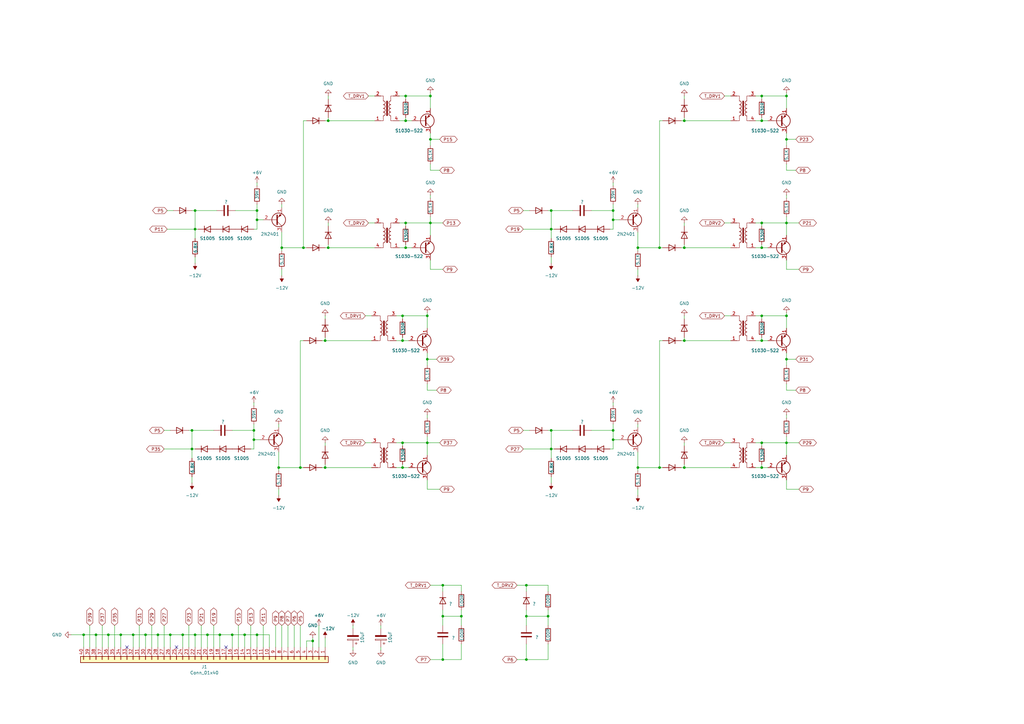
<source format=kicad_sch>
(kicad_sch (version 20250114) (generator "eeschema") (generator_version "9.0")
  (paper "A3")
  (junction (at 270.51 101.6))
  (junction (at 74.93 260.35))
  (junction (at 133.35 139.7))
  (junction (at 114.3 191.77))
  (junction (at 165.1 139.7))
  (junction (at 165.1 191.77))
  (junction (at 189.23 252.73))
  (junction (at 80.01 93.98))
  (junction (at 100.33 260.35))
  (junction (at 104.14 180.34))
  (junction (at 49.53 260.35))
  (junction (at 166.37 49.53))
  (junction (at 215.9 270.51))
  (junction (at 34.29 260.35))
  (junction (at 115.57 101.6))
  (junction (at 226.06 176.53))
  (junction (at 224.79 252.73))
  (junction (at 105.41 86.36))
  (junction (at 104.14 176.53))
  (junction (at 322.58 147.32))
  (junction (at 322.58 57.15))
  (junction (at 251.46 90.17))
  (junction (at 175.26 181.61))
  (junction (at 133.35 191.77))
  (junction (at 166.37 91.44))
  (junction (at 165.1 181.61))
  (junction (at 123.19 191.77))
  (junction (at 105.41 260.35))
  (junction (at 166.37 101.6))
  (junction (at 261.62 101.6))
  (junction (at 176.53 91.44))
  (junction (at 280.67 49.53))
  (junction (at 322.58 129.54))
  (junction (at 54.61 260.35))
  (junction (at 44.45 260.35))
  (junction (at 215.9 252.73))
  (junction (at 90.17 260.35))
  (junction (at 226.06 93.98))
  (junction (at 322.58 39.37))
  (junction (at 181.61 270.51))
  (junction (at 85.09 260.35))
  (junction (at 312.42 39.37))
  (junction (at 69.85 260.35))
  (junction (at 215.9 240.03))
  (junction (at 64.77 260.35))
  (junction (at 181.61 240.03))
  (junction (at 124.46 101.6))
  (junction (at 312.42 91.44))
  (junction (at 261.62 191.77))
  (junction (at 80.01 86.36))
  (junction (at 251.46 180.34))
  (junction (at 78.74 184.15))
  (junction (at 175.26 129.54))
  (junction (at 312.42 49.53))
  (junction (at 251.46 176.53))
  (junction (at 312.42 181.61))
  (junction (at 270.51 191.77))
  (junction (at 322.58 181.61))
  (junction (at 166.37 39.37))
  (junction (at 312.42 191.77))
  (junction (at 280.67 139.7))
  (junction (at 312.42 139.7))
  (junction (at 322.58 91.44))
  (junction (at 181.61 252.73))
  (junction (at 312.42 129.54))
  (junction (at 59.69 260.35))
  (junction (at 95.25 260.35))
  (junction (at 280.67 191.77))
  (junction (at 78.74 176.53))
  (junction (at 105.41 90.17))
  (junction (at 226.06 86.36))
  (junction (at 176.53 39.37))
  (junction (at 251.46 86.36))
  (junction (at 175.26 147.32))
  (junction (at 80.01 260.35))
  (junction (at 134.62 49.53))
  (junction (at 226.06 184.15))
  (junction (at 134.62 101.6))
  (junction (at 39.37 260.35))
  (junction (at 165.1 129.54))
  (junction (at 176.53 57.15))
  (junction (at 128.27 262.89))
  (junction (at 312.42 101.6))
  (junction (at 280.67 101.6))
  (no_connect (at 72.39 265.43))
  (no_connect (at 92.71 265.43))
  (no_connect (at 52.07 265.43))
  (wire (pts (xy 280.67 138.43) (xy 280.67 139.7)))
  (wire (pts (xy 165.1 139.7) (xy 167.64 139.7)))
  (wire (pts (xy 251.46 176.53) (xy 251.46 180.34)))
  (wire (pts (xy 242.57 86.36) (xy 251.46 86.36)))
  (wire (pts (xy 105.41 83.82) (xy 105.41 86.36)))
  (wire (pts (xy 270.51 49.53) (xy 271.78 49.53)))
  (wire (pts (xy 77.47 256.54) (xy 77.47 265.43)))
  (wire (pts (xy 226.06 184.15) (xy 226.06 187.96)))
  (wire (pts (xy 113.03 256.54) (xy 113.03 265.43)))
  (wire (pts (xy 80.01 260.35) (xy 80.01 265.43)))
  (wire (pts (xy 251.46 173.99) (xy 251.46 176.53)))
  (wire (pts (xy 314.96 191.77) (xy 312.42 191.77)))
  (wire (pts (xy 271.78 101.6) (xy 270.51 101.6)))
  (wire (pts (xy 326.39 160.02) (xy 322.58 160.02)))
  (wire (pts (xy 64.77 260.35) (xy 69.85 260.35)))
  (wire (pts (xy 29.21 260.35) (xy 34.29 260.35)))
  (wire (pts (xy 165.1 129.54) (xy 165.1 130.81)))
  (wire (pts (xy 69.85 260.35) (xy 74.93 260.35)))
  (wire (pts (xy 124.46 49.53) (xy 124.46 101.6)))
  (wire (pts (xy 134.62 91.44) (xy 134.62 92.71)))
  (wire (pts (xy 312.42 139.7) (xy 314.96 139.7)))
  (wire (pts (xy 251.46 180.34) (xy 251.46 184.15)))
  (wire (pts (xy 80.01 260.35) (xy 85.09 260.35)))
  (wire (pts (xy 49.53 260.35) (xy 49.53 265.43)))
  (wire (pts (xy 312.42 101.6) (xy 309.88 101.6)))
  (wire (pts (xy 312.42 139.7) (xy 312.42 138.43)))
  (wire (pts (xy 226.06 93.98) (xy 226.06 97.79)))
  (wire (pts (xy 114.3 185.42) (xy 114.3 191.77)))
  (wire (pts (xy 176.53 39.37) (xy 176.53 44.45)))
  (wire (pts (xy 312.42 91.44) (xy 309.88 91.44)))
  (wire (pts (xy 39.37 260.35) (xy 34.29 260.35)))
  (wire (pts (xy 80.01 93.98) (xy 80.01 97.79)))
  (wire (pts (xy 261.62 95.25) (xy 261.62 101.6)))
  (wire (pts (xy 215.9 252.73) (xy 215.9 250.19)))
  (wire (pts (xy 270.51 49.53) (xy 270.51 101.6)))
  (wire (pts (xy 95.25 260.35) (xy 95.25 265.43)))
  (wire (pts (xy 128.27 261.62) (xy 128.27 262.89)))
  (wire (pts (xy 322.58 181.61) (xy 327.66 181.61)))
  (wire (pts (xy 165.1 129.54) (xy 175.26 129.54)))
  (wire (pts (xy 280.67 139.7) (xy 299.72 139.7)))
  (wire (pts (xy 322.58 91.44) (xy 312.42 91.44)))
  (wire (pts (xy 327.66 200.66) (xy 322.58 200.66)))
  (wire (pts (xy 54.61 260.35) (xy 54.61 265.43)))
  (wire (pts (xy 212.09 240.03) (xy 215.9 240.03)))
  (wire (pts (xy 189.23 270.51) (xy 189.23 264.16)))
  (wire (pts (xy 322.58 181.61) (xy 322.58 179.07)))
  (wire (pts (xy 168.91 101.6) (xy 166.37 101.6)))
  (wire (pts (xy 100.33 260.35) (xy 100.33 265.43)))
  (wire (pts (xy 234.95 86.36) (xy 226.06 86.36)))
  (wire (pts (xy 309.88 39.37) (xy 312.42 39.37)))
  (wire (pts (xy 309.88 129.54) (xy 312.42 129.54)))
  (wire (pts (xy 322.58 147.32) (xy 326.39 147.32)))
  (wire (pts (xy 104.14 184.15) (xy 102.87 184.15)))
  (wire (pts (xy 49.53 260.35) (xy 54.61 260.35)))
  (wire (pts (xy 104.14 165.1) (xy 104.14 166.37)))
  (wire (pts (xy 44.45 260.35) (xy 49.53 260.35)))
  (wire (pts (xy 312.42 49.53) (xy 314.96 49.53)))
  (wire (pts (xy 181.61 256.54) (xy 181.61 252.73)))
  (wire (pts (xy 165.1 190.5) (xy 165.1 191.77)))
  (wire (pts (xy 322.58 144.78) (xy 322.58 147.32)))
  (wire (pts (xy 64.77 260.35) (xy 64.77 265.43)))
  (wire (pts (xy 67.31 176.53) (xy 69.85 176.53)))
  (wire (pts (xy 251.46 180.34) (xy 254 180.34)))
  (wire (pts (xy 133.35 190.5) (xy 133.35 191.77)))
  (wire (pts (xy 124.46 49.53) (xy 125.73 49.53)))
  (wire (pts (xy 180.34 69.85) (xy 176.53 69.85)))
  (wire (pts (xy 280.67 191.77) (xy 299.72 191.77)))
  (wire (pts (xy 175.26 129.54) (xy 175.26 134.62)))
  (wire (pts (xy 68.58 86.36) (xy 71.12 86.36)))
  (wire (pts (xy 214.63 86.36) (xy 217.17 86.36)))
  (wire (pts (xy 74.93 260.35) (xy 74.93 265.43)))
  (wire (pts (xy 280.67 91.44) (xy 280.67 92.71)))
  (wire (pts (xy 270.51 191.77) (xy 261.62 191.77)))
  (wire (pts (xy 322.58 147.32) (xy 322.58 149.86)))
  (wire (pts (xy 104.14 180.34) (xy 104.14 184.15)))
  (wire (pts (xy 322.58 129.54) (xy 322.58 134.62)))
  (wire (pts (xy 280.67 190.5) (xy 280.67 191.77)))
  (wire (pts (xy 133.35 49.53) (xy 134.62 49.53)))
  (wire (pts (xy 67.31 184.15) (xy 78.74 184.15)))
  (wire (pts (xy 215.9 270.51) (xy 215.9 264.16)))
  (wire (pts (xy 179.07 160.02) (xy 175.26 160.02)))
  (wire (pts (xy 224.79 86.36) (xy 226.06 86.36)))
  (wire (pts (xy 181.61 110.49) (xy 176.53 110.49)))
  (wire (pts (xy 297.18 129.54) (xy 299.72 129.54)))
  (wire (pts (xy 175.26 181.61) (xy 175.26 179.07)))
  (wire (pts (xy 327.66 110.49) (xy 322.58 110.49)))
  (wire (pts (xy 312.42 39.37) (xy 322.58 39.37)))
  (wire (pts (xy 181.61 270.51) (xy 181.61 264.16)))
  (wire (pts (xy 125.73 101.6) (xy 124.46 101.6)))
  (wire (pts (xy 59.69 260.35) (xy 59.69 265.43)))
  (wire (pts (xy 227.33 184.15) (xy 226.06 184.15)))
  (wire (pts (xy 128.27 262.89) (xy 128.27 265.43)))
  (wire (pts (xy 166.37 100.33) (xy 166.37 101.6)))
  (wire (pts (xy 251.46 83.82) (xy 251.46 86.36)))
  (wire (pts (xy 78.74 184.15) (xy 78.74 187.96)))
  (wire (pts (xy 165.1 191.77) (xy 162.56 191.77)))
  (wire (pts (xy 226.06 105.41) (xy 226.06 107.95)))
  (wire (pts (xy 80.01 184.15) (xy 78.74 184.15)))
  (wire (pts (xy 78.74 176.53) (xy 78.74 184.15)))
  (wire (pts (xy 176.53 91.44) (xy 166.37 91.44)))
  (wire (pts (xy 326.39 69.85) (xy 322.58 69.85)))
  (wire (pts (xy 134.62 49.53) (xy 153.67 49.53)))
  (wire (pts (xy 261.62 185.42) (xy 261.62 191.77)))
  (wire (pts (xy 78.74 195.58) (xy 78.74 198.12)))
  (wire (pts (xy 165.1 139.7) (xy 165.1 138.43)))
  (wire (pts (xy 280.67 100.33) (xy 280.67 101.6)))
  (wire (pts (xy 322.58 200.66) (xy 322.58 196.85)))
  (wire (pts (xy 312.42 39.37) (xy 312.42 40.64)))
  (wire (pts (xy 120.65 256.54) (xy 120.65 265.43)))
  (wire (pts (xy 312.42 100.33) (xy 312.42 101.6)))
  (wire (pts (xy 322.58 54.61) (xy 322.58 57.15)))
  (wire (pts (xy 124.46 191.77) (xy 123.19 191.77)))
  (wire (pts (xy 105.41 74.93) (xy 105.41 76.2)))
  (wire (pts (xy 214.63 184.15) (xy 226.06 184.15)))
  (wire (pts (xy 280.67 181.61) (xy 280.67 182.88)))
  (wire (pts (xy 251.46 165.1) (xy 251.46 166.37)))
  (wire (pts (xy 181.61 270.51) (xy 189.23 270.51)))
  (wire (pts (xy 167.64 191.77) (xy 165.1 191.77)))
  (wire (pts (xy 175.26 128.27) (xy 175.26 129.54)))
  (wire (pts (xy 227.33 93.98) (xy 226.06 93.98)))
  (wire (pts (xy 149.86 129.54) (xy 152.4 129.54)))
  (wire (pts (xy 78.74 86.36) (xy 80.01 86.36)))
  (wire (pts (xy 215.9 252.73) (xy 224.79 252.73)))
  (wire (pts (xy 251.46 184.15) (xy 250.19 184.15)))
  (wire (pts (xy 215.9 256.54) (xy 215.9 252.73)))
  (wire (pts (xy 144.78 256.54) (xy 144.78 257.81)))
  (wire (pts (xy 176.53 54.61) (xy 176.53 57.15)))
  (wire (pts (xy 134.62 101.6) (xy 133.35 101.6)))
  (wire (pts (xy 224.79 252.73) (xy 224.79 250.19)))
  (wire (pts (xy 156.21 265.43) (xy 156.21 266.7)))
  (wire (pts (xy 102.87 256.54) (xy 102.87 265.43)))
  (wire (pts (xy 312.42 92.71) (xy 312.42 91.44)))
  (wire (pts (xy 149.86 181.61) (xy 152.4 181.61)))
  (wire (pts (xy 322.58 38.1) (xy 322.58 39.37)))
  (wire (pts (xy 176.53 80.01) (xy 176.53 81.28)))
  (wire (pts (xy 118.11 256.54) (xy 118.11 265.43)))
  (wire (pts (xy 224.79 270.51) (xy 224.79 264.16)))
  (wire (pts (xy 189.23 240.03) (xy 181.61 240.03)))
  (wire (pts (xy 189.23 252.73) (xy 189.23 250.19)))
  (wire (pts (xy 82.55 256.54) (xy 82.55 265.43)))
  (wire (pts (xy 105.41 260.35) (xy 105.41 265.43)))
  (wire (pts (xy 224.79 176.53) (xy 226.06 176.53)))
  (wire (pts (xy 261.62 173.99) (xy 261.62 175.26)))
  (wire (pts (xy 166.37 92.71) (xy 166.37 91.44)))
  (wire (pts (xy 322.58 39.37) (xy 322.58 44.45)))
  (wire (pts (xy 133.35 181.61) (xy 133.35 182.88)))
  (wire (pts (xy 39.37 260.35) (xy 39.37 265.43)))
  (wire (pts (xy 322.58 110.49) (xy 322.58 106.68)))
  (wire (pts (xy 166.37 49.53) (xy 166.37 48.26)))
  (wire (pts (xy 105.41 90.17) (xy 107.95 90.17)))
  (wire (pts (xy 322.58 57.15) (xy 322.58 59.69)))
  (wire (pts (xy 123.19 191.77) (xy 114.3 191.77)))
  (wire (pts (xy 44.45 260.35) (xy 39.37 260.35)))
  (wire (pts (xy 34.29 265.43) (xy 34.29 260.35)))
  (wire (pts (xy 151.13 39.37) (xy 153.67 39.37)))
  (wire (pts (xy 175.26 160.02) (xy 175.26 157.48)))
  (wire (pts (xy 176.53 38.1) (xy 176.53 39.37)))
  (wire (pts (xy 105.41 93.98) (xy 104.14 93.98)))
  (wire (pts (xy 176.53 240.03) (xy 181.61 240.03)))
  (wire (pts (xy 100.33 260.35) (xy 95.25 260.35)))
  (wire (pts (xy 85.09 260.35) (xy 85.09 265.43)))
  (wire (pts (xy 80.01 86.36) (xy 80.01 93.98)))
  (wire (pts (xy 124.46 101.6) (xy 115.57 101.6)))
  (wire (pts (xy 59.69 260.35) (xy 64.77 260.35)))
  (wire (pts (xy 175.26 147.32) (xy 179.07 147.32)))
  (wire (pts (xy 242.57 176.53) (xy 251.46 176.53)))
  (wire (pts (xy 90.17 260.35) (xy 90.17 265.43)))
  (wire (pts (xy 279.4 139.7) (xy 280.67 139.7)))
  (wire (pts (xy 69.85 260.35) (xy 69.85 265.43)))
  (wire (pts (xy 166.37 39.37) (xy 176.53 39.37)))
  (wire (pts (xy 322.58 170.18) (xy 322.58 171.45)))
  (wire (pts (xy 314.96 101.6) (xy 312.42 101.6)))
  (wire (pts (xy 297.18 39.37) (xy 299.72 39.37)))
  (wire (pts (xy 175.26 181.61) (xy 165.1 181.61)))
  (wire (pts (xy 181.61 250.19) (xy 181.61 252.73)))
  (wire (pts (xy 251.46 90.17) (xy 254 90.17)))
  (wire (pts (xy 224.79 256.54) (xy 224.79 252.73)))
  (wire (pts (xy 123.19 139.7) (xy 123.19 191.77)))
  (wire (pts (xy 312.42 49.53) (xy 312.42 48.26)))
  (wire (pts (xy 176.53 91.44) (xy 176.53 88.9)))
  (wire (pts (xy 105.41 260.35) (xy 100.33 260.35)))
  (wire (pts (xy 105.41 86.36) (xy 105.41 90.17)))
  (wire (pts (xy 80.01 105.41) (xy 80.01 107.95)))
  (wire (pts (xy 212.09 270.51) (xy 215.9 270.51)))
  (wire (pts (xy 163.83 39.37) (xy 166.37 39.37)))
  (wire (pts (xy 261.62 113.03) (xy 261.62 110.49)))
  (wire (pts (xy 156.21 256.54) (xy 156.21 257.81)))
  (wire (pts (xy 251.46 74.93) (xy 251.46 76.2)))
  (wire (pts (xy 165.1 182.88) (xy 165.1 181.61)))
  (wire (pts (xy 104.14 180.34) (xy 106.68 180.34)))
  (wire (pts (xy 165.1 181.61) (xy 162.56 181.61)))
  (wire (pts (xy 322.58 181.61) (xy 322.58 186.69)))
  (wire (pts (xy 130.81 256.54) (xy 130.81 265.43)))
  (wire (pts (xy 270.51 101.6) (xy 261.62 101.6)))
  (wire (pts (xy 41.91 256.54) (xy 41.91 265.43)))
  (wire (pts (xy 215.9 240.03) (xy 224.79 240.03)))
  (wire (pts (xy 115.57 95.25) (xy 115.57 101.6)))
  (wire (pts (xy 322.58 57.15) (xy 326.39 57.15)))
  (wire (pts (xy 114.3 173.99) (xy 114.3 175.26)))
  (wire (pts (xy 176.53 69.85) (xy 176.53 67.31)))
  (wire (pts (xy 88.9 86.36) (xy 80.01 86.36)))
  (wire (pts (xy 166.37 101.6) (xy 163.83 101.6)))
  (wire (pts (xy 279.4 49.53) (xy 280.67 49.53)))
  (wire (pts (xy 175.26 200.66) (xy 175.26 196.85)))
  (wire (pts (xy 115.57 101.6) (xy 115.57 102.87)))
  (wire (pts (xy 322.58 69.85) (xy 322.58 67.31)))
  (wire (pts (xy 214.63 93.98) (xy 226.06 93.98)))
  (wire (pts (xy 309.88 49.53) (xy 312.42 49.53)))
  (wire (pts (xy 226.06 86.36) (xy 226.06 93.98)))
  (wire (pts (xy 175.26 144.78) (xy 175.26 147.32)))
  (wire (pts (xy 176.53 110.49) (xy 176.53 106.68)))
  (wire (pts (xy 176.53 57.15) (xy 176.53 59.69)))
  (wire (pts (xy 62.23 256.54) (xy 62.23 265.43)))
  (wire (pts (xy 251.46 93.98) (xy 250.19 93.98)))
  (wire (pts (xy 312.42 190.5) (xy 312.42 191.77)))
  (wire (pts (xy 166.37 39.37) (xy 166.37 40.64)))
  (wire (pts (xy 107.95 256.54) (xy 107.95 265.43)))
  (wire (pts (xy 175.26 181.61) (xy 175.26 186.69)))
  (wire (pts (xy 176.53 91.44) (xy 176.53 96.52)))
  (wire (pts (xy 125.73 262.89) (xy 125.73 265.43)))
  (wire (pts (xy 280.67 130.81) (xy 280.67 129.54)))
  (wire (pts (xy 176.53 57.15) (xy 180.34 57.15)))
  (wire (pts (xy 87.63 256.54) (xy 87.63 265.43)))
  (wire (pts (xy 312.42 191.77) (xy 309.88 191.77)))
  (wire (pts (xy 261.62 101.6) (xy 261.62 102.87)))
  (wire (pts (xy 96.52 86.36) (xy 105.41 86.36)))
  (wire (pts (xy 87.63 176.53) (xy 78.74 176.53)))
  (wire (pts (xy 97.79 256.54) (xy 97.79 265.43)))
  (wire (pts (xy 151.13 91.44) (xy 153.67 91.44)))
  (wire (pts (xy 68.58 93.98) (xy 80.01 93.98)))
  (wire (pts (xy 224.79 242.57) (xy 224.79 240.03)))
  (wire (pts (xy 67.31 256.54) (xy 67.31 265.43)))
  (wire (pts (xy 176.53 91.44) (xy 181.61 91.44)))
  (wire (pts (xy 312.42 182.88) (xy 312.42 181.61)))
  (wire (pts (xy 297.18 181.61) (xy 299.72 181.61)))
  (wire (pts (xy 104.14 173.99) (xy 104.14 176.53)))
  (wire (pts (xy 312.42 181.61) (xy 309.88 181.61)))
  (wire (pts (xy 133.35 139.7) (xy 152.4 139.7)))
  (wire (pts (xy 54.61 260.35) (xy 59.69 260.35)))
  (wire (pts (xy 175.26 170.18) (xy 175.26 171.45)))
  (wire (pts (xy 270.51 139.7) (xy 270.51 191.77)))
  (wire (pts (xy 280.67 48.26) (xy 280.67 49.53)))
  (wire (pts (xy 215.9 270.51) (xy 224.79 270.51)))
  (wire (pts (xy 312.42 129.54) (xy 322.58 129.54)))
  (wire (pts (xy 123.19 256.54) (xy 123.19 265.43)))
  (wire (pts (xy 166.37 91.44) (xy 163.83 91.44)))
  (wire (pts (xy 181.61 240.03) (xy 181.61 242.57)))
  (wire (pts (xy 123.19 139.7) (xy 124.46 139.7)))
  (wire (pts (xy 215.9 242.57) (xy 215.9 240.03)))
  (wire (pts (xy 181.61 252.73) (xy 189.23 252.73)))
  (wire (pts (xy 133.35 261.62) (xy 133.35 265.43)))
  (wire (pts (xy 162.56 129.54) (xy 165.1 129.54)))
  (wire (pts (xy 114.3 203.2) (xy 114.3 200.66)))
  (wire (pts (xy 90.17 260.35) (xy 85.09 260.35)))
  (wire (pts (xy 322.58 160.02) (xy 322.58 157.48)))
  (wire (pts (xy 271.78 191.77) (xy 270.51 191.77)))
  (wire (pts (xy 226.06 176.53) (xy 226.06 184.15)))
  (wire (pts (xy 105.41 90.17) (xy 105.41 93.98)))
  (wire (pts (xy 104.14 176.53) (xy 104.14 180.34)))
  (wire (pts (xy 280.67 101.6) (xy 299.72 101.6)))
  (wire (pts (xy 36.83 256.54) (xy 36.83 265.43)))
  (wire (pts (xy 163.83 49.53) (xy 166.37 49.53)))
  (wire (pts (xy 115.57 256.54) (xy 115.57 265.43)))
  (wire (pts (xy 297.18 91.44) (xy 299.72 91.44)))
  (wire (pts (xy 134.62 40.64) (xy 134.62 39.37)))
  (wire (pts (xy 132.08 139.7) (xy 133.35 139.7)))
  (wire (pts (xy 309.88 139.7) (xy 312.42 139.7)))
  (wire (pts (xy 280.67 101.6) (xy 279.4 101.6)))
  (wire (pts (xy 280.67 191.77) (xy 279.4 191.77)))
  (wire (pts (xy 95.25 260.35) (xy 90.17 260.35)))
  (wire (pts (xy 322.58 91.44) (xy 322.58 96.52)))
  (wire (pts (xy 133.35 191.77) (xy 152.4 191.77)))
  (wire (pts (xy 251.46 86.36) (xy 251.46 90.17)))
  (wire (pts (xy 280.67 49.53) (xy 299.72 49.53)))
  (wire (pts (xy 270.51 139.7) (xy 271.78 139.7)))
  (wire (pts (xy 280.67 40.64) (xy 280.67 39.37)))
  (wire (pts (xy 234.95 176.53) (xy 226.06 176.53)))
  (wire (pts (xy 95.25 176.53) (xy 104.14 176.53)))
  (wire (pts (xy 128.27 262.89) (xy 125.73 262.89)))
  (wire (pts (xy 322.58 91.44) (xy 322.58 88.9)))
  (wire (pts (xy 214.63 176.53) (xy 217.17 176.53)))
  (wire (pts (xy 166.37 49.53) (xy 168.91 49.53)))
  (wire (pts (xy 261.62 203.2) (xy 261.62 200.66)))
  (wire (pts (xy 189.23 256.54) (xy 189.23 252.73)))
  (wire (pts (xy 134.62 101.6) (xy 153.67 101.6)))
  (wire (pts (xy 312.42 129.54) (xy 312.42 130.81)))
  (wire (pts (xy 251.46 90.17) (xy 251.46 93.98)))
  (wire (pts (xy 115.57 113.03) (xy 115.57 110.49)))
  (wire (pts (xy 261.62 191.77) (xy 261.62 193.04)))
  (wire (pts (xy 176.53 270.51) (xy 181.61 270.51)))
  (wire (pts (xy 180.34 200.66) (xy 175.26 200.66)))
  (wire (pts (xy 81.28 93.98) (xy 80.01 93.98)))
  (wire (pts (xy 133.35 191.77) (xy 132.08 191.77)))
  (wire (pts (xy 175.26 181.61) (xy 180.34 181.61)))
  (wire (pts (xy 144.78 265.43) (xy 144.78 266.7)))
  (wire (pts (xy 226.06 195.58) (xy 226.06 198.12)))
  (wire (pts (xy 110.49 260.35) (xy 110.49 265.43)))
  (wire (pts (xy 133.35 138.43) (xy 133.35 139.7)))
  (wire (pts (xy 74.93 260.35) (xy 80.01 260.35)))
  (wire (pts (xy 57.15 256.54) (xy 57.15 265.43)))
  (wire (pts (xy 133.35 130.81) (xy 133.35 129.54)))
  (wire (pts (xy 322.58 80.01) (xy 322.58 81.28)))
  (wire (pts (xy 261.62 83.82) (xy 261.62 85.09)))
  (wire (pts (xy 115.57 83.82) (xy 115.57 85.09)))
  (wire (pts (xy 162.56 139.7) (xy 165.1 139.7)))
  (wire (pts (xy 322.58 91.44) (xy 327.66 91.44)))
  (wire (pts (xy 114.3 191.77) (xy 114.3 193.04)))
  (wire (pts (xy 322.58 181.61) (xy 312.42 181.61)))
  (wire (pts (xy 77.47 176.53) (xy 78.74 176.53)))
  (wire (pts (xy 322.58 128.27) (xy 322.58 129.54)))
  (wire (pts (xy 175.26 147.32) (xy 175.26 149.86)))
  (wire (pts (xy 189.23 242.57) (xy 189.23 240.03)))
  (wire (pts (xy 46.99 256.54) (xy 46.99 265.43)))
  (wire (pts (xy 44.45 260.35) (xy 44.45 265.43)))
  (wire (pts (xy 134.62 48.26) (xy 134.62 49.53)))
  (wire (pts (xy 134.62 100.33) (xy 134.62 101.6)))
  (wire (pts (xy 110.49 260.35) (xy 105.41 260.35)))
  (global_label "P6" (shape bidirectional) (at 120.65 256.54 90) (property "Intersheetrefs" "${INTERSHEET_REFS}" (effects (hide yes))))
  (global_label "T_DRV2" (shape bidirectional) (at 151.13 91.44 180) (property "Intersheetrefs" "${INTERSHEET_REFS}" (effects (hide yes))))
  (global_label "P19" (shape bidirectional) (at 87.63 256.54 90) (property "Intersheetrefs" "${INTERSHEET_REFS}" (effects (hide yes))))
  (global_label "P35" (shape bidirectional) (at 67.31 184.15 180) (property "Intersheetrefs" "${INTERSHEET_REFS}" (effects (hide yes))))
  (global_label "P9" (shape bidirectional) (at 113.03 256.54 90) (property "Intersheetrefs" "${INTERSHEET_REFS}" (effects (hide yes))))
  (global_label "P7" (shape bidirectional) (at 118.11 256.54 90) (property "Intersheetrefs" "${INTERSHEET_REFS}" (effects (hide yes))))
  (global_label "T_DRV2" (shape bidirectional) (at 212.09 240.03 180) (property "Intersheetrefs" "${INTERSHEET_REFS}" (effects (hide yes))))
  (global_label "P7" (shape bidirectional) (at 176.53 270.51 180) (property "Intersheetrefs" "${INTERSHEET_REFS}" (effects (hide yes))))
  (global_label "P8" (shape bidirectional) (at 326.39 160.02 0) (property "Intersheetrefs" "${INTERSHEET_REFS}" (effects (hide yes))))
  (global_label "P29" (shape bidirectional) (at 62.23 256.54 90) (property "Intersheetrefs" "${INTERSHEET_REFS}" (effects (hide yes))))
  (global_label "P5" (shape bidirectional) (at 68.58 86.36 180) (property "Intersheetrefs" "${INTERSHEET_REFS}" (effects (hide yes))))
  (global_label "P29" (shape bidirectional) (at 327.66 181.61 0) (property "Intersheetrefs" "${INTERSHEET_REFS}" (effects (hide yes))))
  (global_label "P15" (shape bidirectional) (at 180.34 57.15 0) (property "Intersheetrefs" "${INTERSHEET_REFS}" (effects (hide yes))))
  (global_label "T_DRV2" (shape bidirectional) (at 297.18 181.61 180) (property "Intersheetrefs" "${INTERSHEET_REFS}" (effects (hide yes))))
  (global_label "P9" (shape bidirectional) (at 181.61 110.49 0) (property "Intersheetrefs" "${INTERSHEET_REFS}" (effects (hide yes))))
  (global_label "T_DRV1" (shape bidirectional) (at 149.86 129.54 180) (property "Intersheetrefs" "${INTERSHEET_REFS}" (effects (hide yes))))
  (global_label "P8" (shape bidirectional) (at 179.07 160.02 0) (property "Intersheetrefs" "${INTERSHEET_REFS}" (effects (hide yes))))
  (global_label "P23" (shape bidirectional) (at 77.47 256.54 90) (property "Intersheetrefs" "${INTERSHEET_REFS}" (effects (hide yes))))
  (global_label "P37" (shape bidirectional) (at 41.91 256.54 90) (property "Intersheetrefs" "${INTERSHEET_REFS}" (effects (hide yes))))
  (global_label "P6" (shape bidirectional) (at 212.09 270.51 180) (property "Intersheetrefs" "${INTERSHEET_REFS}" (effects (hide yes))))
  (global_label "P27" (shape bidirectional) (at 67.31 256.54 90) (property "Intersheetrefs" "${INTERSHEET_REFS}" (effects (hide yes))))
  (global_label "T_DRV1" (shape bidirectional) (at 151.13 39.37 180) (property "Intersheetrefs" "${INTERSHEET_REFS}" (effects (hide yes))))
  (global_label "P23" (shape bidirectional) (at 326.39 57.15 0) (property "Intersheetrefs" "${INTERSHEET_REFS}" (effects (hide yes))))
  (global_label "P8" (shape bidirectional) (at 115.57 256.54 90) (property "Intersheetrefs" "${INTERSHEET_REFS}" (effects (hide yes))))
  (global_label "P11" (shape bidirectional) (at 107.95 256.54 90) (property "Intersheetrefs" "${INTERSHEET_REFS}" (effects (hide yes))))
  (global_label "P35" (shape bidirectional) (at 46.99 256.54 90) (property "Intersheetrefs" "${INTERSHEET_REFS}" (effects (hide yes))))
  (global_label "P19" (shape bidirectional) (at 214.63 93.98 180) (property "Intersheetrefs" "${INTERSHEET_REFS}" (effects (hide yes))))
  (global_label "P27" (shape bidirectional) (at 214.63 184.15 180) (property "Intersheetrefs" "${INTERSHEET_REFS}" (effects (hide yes))))
  (global_label "T_DRV1" (shape bidirectional) (at 297.18 129.54 180) (property "Intersheetrefs" "${INTERSHEET_REFS}" (effects (hide yes))))
  (global_label "T_DRV2" (shape bidirectional) (at 149.86 181.61 180) (property "Intersheetrefs" "${INTERSHEET_REFS}" (effects (hide yes))))
  (global_label "P5" (shape bidirectional) (at 214.63 176.53 180) (property "Intersheetrefs" "${INTERSHEET_REFS}" (effects (hide yes))))
  (global_label "P5" (shape bidirectional) (at 214.63 86.36 180) (property "Intersheetrefs" "${INTERSHEET_REFS}" (effects (hide yes))))
  (global_label "P31" (shape bidirectional) (at 326.39 147.32 0) (property "Intersheetrefs" "${INTERSHEET_REFS}" (effects (hide yes))))
  (global_label "P39" (shape bidirectional) (at 179.07 147.32 0) (property "Intersheetrefs" "${INTERSHEET_REFS}" (effects (hide yes))))
  (global_label "P31" (shape bidirectional) (at 57.15 256.54 90) (property "Intersheetrefs" "${INTERSHEET_REFS}" (effects (hide yes))))
  (global_label "P13" (shape bidirectional) (at 102.87 256.54 90) (property "Intersheetrefs" "${INTERSHEET_REFS}" (effects (hide yes))))
  (global_label "P8" (shape bidirectional) (at 326.39 69.85 0) (property "Intersheetrefs" "${INTERSHEET_REFS}" (effects (hide yes))))
  (global_label "P37" (shape bidirectional) (at 180.34 181.61 0) (property "Intersheetrefs" "${INTERSHEET_REFS}" (effects (hide yes))))
  (global_label "T_DRV2" (shape bidirectional) (at 297.18 91.44 180) (property "Intersheetrefs" "${INTERSHEET_REFS}" (effects (hide yes))))
  (global_label "P21" (shape bidirectional) (at 327.66 91.44 0) (property "Intersheetrefs" "${INTERSHEET_REFS}" (effects (hide yes))))
  (global_label "P15" (shape bidirectional) (at 97.79 256.54 90) (property "Intersheetrefs" "${INTERSHEET_REFS}" (effects (hide yes))))
  (global_label "P5" (shape bidirectional) (at 123.19 256.54 90) (property "Intersheetrefs" "${INTERSHEET_REFS}" (effects (hide yes))))
  (global_label "P8" (shape bidirectional) (at 180.34 69.85 0) (property "Intersheetrefs" "${INTERSHEET_REFS}" (effects (hide yes))))
  (global_label "P9" (shape bidirectional) (at 327.66 110.49 0) (property "Intersheetrefs" "${INTERSHEET_REFS}" (effects (hide yes))))
  (global_label "P39" (shape bidirectional) (at 36.83 256.54 90) (property "Intersheetrefs" "${INTERSHEET_REFS}" (effects (hide yes))))
  (global_label "P11" (shape bidirectional) (at 68.58 93.98 180) (property "Intersheetrefs" "${INTERSHEET_REFS}" (effects (hide yes))))
  (global_label "T_DRV1" (shape bidirectional) (at 297.18 39.37 180) (property "Intersheetrefs" "${INTERSHEET_REFS}" (effects (hide yes))))
  (global_label "P21" (shape bidirectional) (at 82.55 256.54 90) (property "Intersheetrefs" "${INTERSHEET_REFS}" (effects (hide yes))))
  (global_label "T_DRV1" (shape bidirectional) (at 176.53 240.03 180) (property "Intersheetrefs" "${INTERSHEET_REFS}" (effects (hide yes))))
  (global_label "P9" (shape bidirectional) (at 327.66 200.66 0) (property "Intersheetrefs" "${INTERSHEET_REFS}" (effects (hide yes))))
  (global_label "P13" (shape bidirectional) (at 181.61 91.44 0) (property "Intersheetrefs" "${INTERSHEET_REFS}" (effects (hide yes))))
  (global_label "P5" (shape bidirectional) (at 67.31 176.53 180) (property "Intersheetrefs" "${INTERSHEET_REFS}" (effects (hide yes))))
  (global_label "P9" (shape bidirectional) (at 180.34 200.66 0) (property "Intersheetrefs" "${INTERSHEET_REFS}" (effects (hide yes))))
  (symbol (lib_id "Diode:1N4448") (at 220.98 86.36 0) (mirror y) (unit 1)
    (property "Reference" "D143" (effects (hide yes)))
    (property "Value" "?" (effects (hide yes)))
    (property "Footprint" "Diode_THT:D_DO-35_SOD27_P12.70mm_Horizontal" (effects (hide yes)))
    (property "Datasheet" "https://assets.nexperia.com/documents/data-sheet/1N4148_1N4448.pdf" (effects (hide yes)))
    (property "Description" "100V 0.15A High-speed standard diode, DO-35" (effects (hide yes)))
    (property "Sim.Device" "D" (effects (hide yes)))
    (property "Sim.Pins" "1=K 2=A" (effects (hide yes)))
  )
  (symbol (lib_id "Device:R") (at 175.26 153.67 0) (unit 1)
    (property "Reference" "R136" (effects (hide yes)))
    (property "Value" "5.1K" (at 175.26 155.956 90) (effects (justify left)))
    (property "Footprint" "Resistor_THT:R_Axial_DIN0309_L9.0mm_D3.2mm_P15.24mm_Horizontal" (effects (hide yes)))
    (property "Description" "Resistor" (effects (hide yes)))
  )
  (symbol (lib_id "Device:R") (at 104.14 170.18 0) (unit 1)
    (property "Reference" "R132" (effects (hide yes)))
    (property "Value" "39K" (at 104.14 171.958 90) (effects (justify left)))
    (property "Footprint" "Resistor_THT:R_Axial_DIN0309_L9.0mm_D3.2mm_P15.24mm_Horizontal" (effects (hide yes)))
    (property "Description" "Resistor" (effects (hide yes)))
  )
  (symbol (lib_id "power:GND") (at 115.57 83.82 180) (unit 1)
    (property "Reference" "#PWR0122" (effects (hide yes)))
    (property "Value" "GND" (at 115.57 78.74 0))
    (property "Description" "Power symbol creates a global label with name \"GND\" , ground" (effects (hide yes)))
  )
  (symbol (lib_id "Diode:1N4448") (at 231.14 93.98 0) (unit 1)
    (property "Reference" "D144" (effects (hide yes)))
    (property "Value" "S1005" (at 231.14 97.79 0))
    (property "Footprint" "Diode_THT:D_DO-35_SOD27_P12.70mm_Horizontal" (effects (hide yes)))
    (property "Datasheet" "https://assets.nexperia.com/documents/data-sheet/1N4148_1N4448.pdf" (effects (hide yes)))
    (property "Description" "100V 0.15A High-speed standard diode, DO-35" (effects (hide yes)))
    (property "Sim.Device" "D" (effects (hide yes)))
    (property "Sim.Pins" "1=K 2=A" (effects (hide yes)))
  )
  (symbol (lib_id "power:GND") (at 261.62 173.99 180) (unit 1)
    (property "Reference" "#PWR0154" (effects (hide yes)))
    (property "Value" "GND" (at 261.62 168.91 0))
    (property "Description" "Power symbol creates a global label with name \"GND\" , ground" (effects (hide yes)))
  )
  (symbol (lib_id "power:GND") (at 322.58 80.01 180) (unit 1)
    (property "Reference" "#PWR0151" (effects (hide yes)))
    (property "Value" "GND" (at 322.58 74.93 0))
    (property "Description" "Power symbol creates a global label with name \"GND\" , ground" (effects (hide yes)))
  )
  (symbol (lib_id "Diode:1N4448") (at 134.62 44.45 90) (mirror x) (unit 1)
    (property "Reference" "D125" (effects (hide yes)))
    (property "Value" "?" (effects (hide yes)))
    (property "Footprint" "Diode_THT:D_DO-35_SOD27_P12.70mm_Horizontal" (effects (hide yes)))
    (property "Datasheet" "https://assets.nexperia.com/documents/data-sheet/1N4148_1N4448.pdf" (effects (hide yes)))
    (property "Description" "100V 0.15A High-speed standard diode, DO-35" (effects (hide yes)))
    (property "Sim.Device" "D" (effects (hide yes)))
    (property "Sim.Pins" "1=K 2=A" (effects (hide yes)))
  )
  (symbol (lib_id "Device:C") (at 215.9 260.35 0) (mirror y) (unit 1)
    (property "Reference" "C102" (effects (hide yes)))
    (property "Value" "?" (at 220.218 261.366 0))
    (property "Footprint" "Capacitor_THT:C_Rect_L7.0mm_W3.5mm_P5.00mm" (effects (hide yes)))
    (property "Description" "Unpolarized capacitor" (effects (hide yes)))
  )
  (symbol (lib_id "Diode:1N4448") (at 128.27 139.7 0) (mirror y) (unit 1)
    (property "Reference" "D139" (effects (hide yes)))
    (property "Value" "?" (effects (hide yes)))
    (property "Footprint" "Diode_THT:D_DO-35_SOD27_P12.70mm_Horizontal" (effects (hide yes)))
    (property "Datasheet" "https://assets.nexperia.com/documents/data-sheet/1N4148_1N4448.pdf" (effects (hide yes)))
    (property "Description" "100V 0.15A High-speed standard diode, DO-35" (effects (hide yes)))
    (property "Sim.Device" "D" (effects (hide yes)))
    (property "Sim.Pins" "1=K 2=A" (effects (hide yes)))
  )
  (symbol (lib_id "power:-12V") (at 78.74 198.12 0) (mirror x) (unit 1)
    (property "Reference" "#PWR0136" (effects (hide yes)))
    (property "Value" "-12V" (at 78.74 203.2 0))
    (property "Description" "Power symbol creates a global label with name \"-12V\"" (effects (hide yes)))
  )
  (symbol (lib_id "ds44:Transfo") (at 304.8 50.8 0) (mirror x) (unit 1)
    (property "Reference" "T111" (effects (hide yes)))
    (property "Footprint" "component:DZ44 Transformer" (effects (hide yes)))
  )
  (symbol (lib_id "ds44:Transfo") (at 304.8 140.97 0) (mirror x) (unit 1)
    (property "Reference" "T113" (effects (hide yes)))
    (property "Footprint" "component:DZ44 Transformer" (effects (hide yes)))
  )
  (symbol (lib_id "Device:R") (at 189.23 246.38 0) (unit 1)
    (property "Reference" "R109" (effects (hide yes)))
    (property "Value" "100R" (at 189.484 248.92 90) (effects (justify left)))
    (property "Footprint" "Resistor_THT:R_Axial_DIN0309_L9.0mm_D3.2mm_P15.24mm_Horizontal" (effects (hide yes)))
    (property "Description" "Resistor" (effects (hide yes)))
  )
  (symbol (lib_id "power:GND") (at 114.3 173.99 180) (unit 1)
    (property "Reference" "#PWR0138" (effects (hide yes)))
    (property "Value" "GND" (at 114.3 168.91 0))
    (property "Description" "Power symbol creates a global label with name \"GND\" , ground" (effects (hide yes)))
  )
  (symbol (lib_id "ds44:Transfo") (at 157.48 140.97 0) (mirror x) (unit 1)
    (property "Reference" "T109" (effects (hide yes)))
    (property "Footprint" "component:DZ44 Transformer" (effects (hide yes)))
  )
  (symbol (lib_id "Device:C_Polarized") (at 156.21 261.62 180) (unit 1)
    (property "Reference" "C10" (effects (hide yes)))
    (property "Value" "10uF" (at 160.02 263.7789 90) (effects (justify right)))
    (property "Footprint" "Capacitor_THT:CP_Axial_L11.0mm_D8.0mm_P15.00mm_Horizontal" (effects (hide yes)))
    (property "Description" "Polarized capacitor" (effects (hide yes)))
  )
  (symbol (lib_id "Transistor_BJT:Q_PNP_EBC") (at 173.99 101.6 0) (mirror x) (unit 1)
    (property "Reference" "Q108" (effects (hide yes)))
    (property "Value" "S1030-522" (at 162.052 105.156 0) (effects (justify left)))
    (property "Footprint" "Package_TO_SOT_THT:TO-39-3" (effects (hide yes)))
    (property "Description" "PNP transistor, emitter/base/collector" (effects (hide yes)))
  )
  (symbol (lib_id "power:GND") (at 133.35 181.61 180) (unit 1)
    (property "Reference" "#PWR0141" (effects (hide yes)))
    (property "Value" "GND" (at 133.35 176.53 0))
    (property "Description" "Power symbol creates a global label with name \"GND\" , ground" (effects (hide yes)))
  )
  (symbol (lib_id "power:GND") (at 280.67 129.54 180) (unit 1)
    (property "Reference" "#PWR0156" (effects (hide yes)))
    (property "Value" "GND" (at 280.67 124.46 0))
    (property "Description" "Power symbol creates a global label with name \"GND\" , ground" (effects (hide yes)))
  )
  (symbol (lib_id "Diode:1N4448") (at 280.67 186.69 270) (unit 1)
    (property "Reference" "D158" (effects (hide yes)))
    (property "Value" "?" (effects (hide yes)))
    (property "Footprint" "Diode_THT:D_DO-35_SOD27_P12.70mm_Horizontal" (effects (hide yes)))
    (property "Datasheet" "https://assets.nexperia.com/documents/data-sheet/1N4148_1N4448.pdf" (effects (hide yes)))
    (property "Description" "100V 0.15A High-speed standard diode, DO-35" (effects (hide yes)))
    (property "Sim.Device" "D" (effects (hide yes)))
    (property "Sim.Pins" "1=K 2=A" (effects (hide yes)))
  )
  (symbol (lib_id "Diode:1N4448") (at 275.59 191.77 180) (unit 1)
    (property "Reference" "D156" (effects (hide yes)))
    (property "Value" "?" (effects (hide yes)))
    (property "Footprint" "Diode_THT:D_DO-35_SOD27_P12.70mm_Horizontal" (effects (hide yes)))
    (property "Datasheet" "https://assets.nexperia.com/documents/data-sheet/1N4148_1N4448.pdf" (effects (hide yes)))
    (property "Description" "100V 0.15A High-speed standard diode, DO-35" (effects (hide yes)))
    (property "Sim.Device" "D" (effects (hide yes)))
    (property "Sim.Pins" "1=K 2=A" (effects (hide yes)))
  )
  (symbol (lib_id "Diode:1N4448") (at 129.54 101.6 180) (unit 1)
    (property "Reference" "D124" (effects (hide yes)))
    (property "Value" "?" (effects (hide yes)))
    (property "Footprint" "Diode_THT:D_DO-35_SOD27_P12.70mm_Horizontal" (effects (hide yes)))
    (property "Datasheet" "https://assets.nexperia.com/documents/data-sheet/1N4148_1N4448.pdf" (effects (hide yes)))
    (property "Description" "100V 0.15A High-speed standard diode, DO-35" (effects (hide yes)))
    (property "Sim.Device" "D" (effects (hide yes)))
    (property "Sim.Pins" "1=K 2=A" (effects (hide yes)))
  )
  (symbol (lib_id "Transistor_BJT:Q_PNP_EBC") (at 113.03 90.17 0) (mirror x) (unit 1)
    (property "Reference" "Q106" (effects (hide yes)))
    (property "Value" "2N2401" (at 106.934 96.012 0) (effects (justify left)))
    (property "Footprint" "Package_TO_SOT_THT:TO-39-3" (effects (hide yes)))
    (property "Description" "PNP transistor, emitter/base/collector" (effects (hide yes)))
  )
  (symbol (lib_id "power:-12V") (at 133.35 261.62 0) (unit 1)
    (property "Reference" "#PWR05" (effects (hide yes)))
    (property "Value" "-12V" (at 134.62 257.81 0))
    (property "Description" "Power symbol creates a global label with name \"-12V\"" (effects (hide yes)))
  )
  (symbol (lib_id "power:+6V") (at 251.46 74.93 0) (unit 1)
    (property "Reference" "#PWR0145" (effects (hide yes)))
    (property "Value" "+6V" (at 251.46 70.7969 0))
    (property "Description" "Power symbol creates a global label with name \"+6V\"" (effects (hide yes)))
  )
  (symbol (lib_id "power:GND") (at 176.53 80.01 180) (unit 1)
    (property "Reference" "#PWR0127" (effects (hide yes)))
    (property "Value" "GND" (at 176.53 74.93 0))
    (property "Description" "Power symbol creates a global label with name \"GND\" , ground" (effects (hide yes)))
  )
  (symbol (lib_id "power:GND") (at 176.53 38.1 0) (mirror x) (unit 1)
    (property "Reference" "#PWR0126" (effects (hide yes)))
    (property "Value" "GND" (at 176.53 33.02 0))
    (property "Description" "Power symbol creates a global label with name \"GND\" , ground" (effects (hide yes)))
  )
  (symbol (lib_id "Device:R") (at 115.57 106.68 0) (unit 1)
    (property "Reference" "R119" (effects (hide yes)))
    (property "Value" "5.1K" (at 115.57 108.712 90) (effects (justify left)))
    (property "Footprint" "Resistor_THT:R_Axial_DIN0309_L9.0mm_D3.2mm_P15.24mm_Horizontal" (effects (hide yes)))
    (property "Description" "Resistor" (effects (hide yes)))
  )
  (symbol (lib_id "Diode:1N4448") (at 238.76 184.15 0) (unit 1)
    (property "Reference" "D153" (effects (hide yes)))
    (property "Value" "S1005" (at 238.76 187.96 0))
    (property "Footprint" "Diode_THT:D_DO-35_SOD27_P12.70mm_Horizontal" (effects (hide yes)))
    (property "Datasheet" "https://assets.nexperia.com/documents/data-sheet/1N4148_1N4448.pdf" (effects (hide yes)))
    (property "Description" "100V 0.15A High-speed standard diode, DO-35" (effects (hide yes)))
    (property "Sim.Device" "D" (effects (hide yes)))
    (property "Sim.Pins" "1=K 2=A" (effects (hide yes)))
  )
  (symbol (lib_id "Diode:1N4448") (at 275.59 49.53 0) (mirror y) (unit 1)
    (property "Reference" "D147" (effects (hide yes)))
    (property "Value" "?" (effects (hide yes)))
    (property "Footprint" "Diode_THT:D_DO-35_SOD27_P12.70mm_Horizontal" (effects (hide yes)))
    (property "Datasheet" "https://assets.nexperia.com/documents/data-sheet/1N4148_1N4448.pdf" (effects (hide yes)))
    (property "Description" "100V 0.15A High-speed standard diode, DO-35" (effects (hide yes)))
    (property "Sim.Device" "D" (effects (hide yes)))
    (property "Sim.Pins" "1=K 2=A" (effects (hide yes)))
  )
  (symbol (lib_id "power:GND") (at 322.58 128.27 0) (mirror x) (unit 1)
    (property "Reference" "#PWR0158" (effects (hide yes)))
    (property "Value" "GND" (at 322.58 123.19 0))
    (property "Description" "Power symbol creates a global label with name \"GND\" , ground" (effects (hide yes)))
  )
  (symbol (lib_id "Diode:1N4448") (at 133.35 186.69 270) (unit 1)
    (property "Reference" "D142" (effects (hide yes)))
    (property "Value" "?" (effects (hide yes)))
    (property "Footprint" "Diode_THT:D_DO-35_SOD27_P12.70mm_Horizontal" (effects (hide yes)))
    (property "Datasheet" "https://assets.nexperia.com/documents/data-sheet/1N4148_1N4448.pdf" (effects (hide yes)))
    (property "Description" "100V 0.15A High-speed standard diode, DO-35" (effects (hide yes)))
    (property "Sim.Device" "D" (effects (hide yes)))
    (property "Sim.Pins" "1=K 2=A" (effects (hide yes)))
  )
  (symbol (lib_id "power:-12V") (at 80.01 107.95 0) (mirror x) (unit 1)
    (property "Reference" "#PWR0121" (effects (hide yes)))
    (property "Value" "-12V" (at 80.01 113.03 0))
    (property "Description" "Power symbol creates a global label with name \"-12V\"" (effects (hide yes)))
  )
  (symbol (lib_id "power:GND") (at 175.26 128.27 0) (mirror x) (unit 1)
    (property "Reference" "#PWR0142" (effects (hide yes)))
    (property "Value" "GND" (at 175.26 123.19 0))
    (property "Description" "Power symbol creates a global label with name \"GND\" , ground" (effects (hide yes)))
  )
  (symbol (lib_id "Device:C_Polarized") (at 144.78 261.62 180) (unit 1)
    (property "Reference" "C103" (effects (hide yes)))
    (property "Value" "10uF" (at 148.59 263.7789 90) (effects (justify right)))
    (property "Footprint" "Capacitor_THT:CP_Axial_L11.0mm_D8.0mm_P15.00mm_Horizontal" (effects (hide yes)))
    (property "Description" "Polarized capacitor" (effects (hide yes)))
  )
  (symbol (lib_id "Device:R") (at 224.79 246.38 0) (unit 1)
    (property "Reference" "R108" (effects (hide yes)))
    (property "Value" "100R" (at 224.79 248.92 90) (effects (justify left)))
    (property "Footprint" "Resistor_THT:R_Axial_DIN0309_L9.0mm_D3.2mm_P15.24mm_Horizontal" (effects (hide yes)))
    (property "Description" "Resistor" (effects (hide yes)))
  )
  (symbol (lib_id "power:GND") (at 128.27 261.62 180) (unit 1)
    (property "Reference" "#PWR0108" (effects (hide yes)))
    (property "Value" "GND" (at 128.27 256.54 0))
    (property "Description" "Power symbol creates a global label with name \"GND\" , ground" (effects (hide yes)))
  )
  (symbol (lib_id "Diode:1N4448") (at 73.66 176.53 0) (mirror y) (unit 1)
    (property "Reference" "D135" (effects (hide yes)))
    (property "Value" "?" (effects (hide yes)))
    (property "Footprint" "Diode_THT:D_DO-35_SOD27_P12.70mm_Horizontal" (effects (hide yes)))
    (property "Datasheet" "https://assets.nexperia.com/documents/data-sheet/1N4148_1N4448.pdf" (effects (hide yes)))
    (property "Description" "100V 0.15A High-speed standard diode, DO-35" (effects (hide yes)))
    (property "Sim.Device" "D" (effects (hide yes)))
    (property "Sim.Pins" "1=K 2=A" (effects (hide yes)))
  )
  (symbol (lib_id "Diode:1N4448") (at 129.54 49.53 0) (mirror y) (unit 1)
    (property "Reference" "D123" (effects (hide yes)))
    (property "Value" "?" (effects (hide yes)))
    (property "Footprint" "Diode_THT:D_DO-35_SOD27_P12.70mm_Horizontal" (effects (hide yes)))
    (property "Datasheet" "https://assets.nexperia.com/documents/data-sheet/1N4148_1N4448.pdf" (effects (hide yes)))
    (property "Description" "100V 0.15A High-speed standard diode, DO-35" (effects (hide yes)))
    (property "Sim.Device" "D" (effects (hide yes)))
    (property "Sim.Pins" "1=K 2=A" (effects (hide yes)))
  )
  (symbol (lib_id "Diode:1N4448") (at 134.62 96.52 270) (unit 1)
    (property "Reference" "D126" (effects (hide yes)))
    (property "Value" "?" (effects (hide yes)))
    (property "Footprint" "Diode_THT:D_DO-35_SOD27_P12.70mm_Horizontal" (effects (hide yes)))
    (property "Datasheet" "https://assets.nexperia.com/documents/data-sheet/1N4148_1N4448.pdf" (effects (hide yes)))
    (property "Description" "100V 0.15A High-speed standard diode, DO-35" (effects (hide yes)))
    (property "Sim.Device" "D" (effects (hide yes)))
    (property "Sim.Pins" "1=K 2=A" (effects (hide yes)))
  )
  (symbol (lib_id "Device:R") (at 166.37 96.52 0) (unit 1)
    (property "Reference" "R120" (effects (hide yes)))
    (property "Value" "330R" (at 166.624 93.726 90) (effects (justify right)))
    (property "Footprint" "Resistor_THT:R_Axial_DIN0207_L6.3mm_D2.5mm_P10.16mm_Horizontal" (effects (hide yes)))
    (property "Description" "Resistor" (effects (hide yes)))
  )
  (symbol (lib_id "Diode:1N4448") (at 74.93 86.36 0) (mirror y) (unit 1)
    (property "Reference" "D119" (effects (hide yes)))
    (property "Value" "?" (effects (hide yes)))
    (property "Footprint" "Diode_THT:D_DO-35_SOD27_P12.70mm_Horizontal" (effects (hide yes)))
    (property "Datasheet" "https://assets.nexperia.com/documents/data-sheet/1N4148_1N4448.pdf" (effects (hide yes)))
    (property "Description" "100V 0.15A High-speed standard diode, DO-35" (effects (hide yes)))
    (property "Sim.Device" "D" (effects (hide yes)))
    (property "Sim.Pins" "1=K 2=A" (effects (hide yes)))
  )
  (symbol (lib_id "power:GND") (at 134.62 39.37 180) (unit 1)
    (property "Reference" "#PWR0124" (effects (hide yes)))
    (property "Value" "GND" (at 134.62 34.29 0))
    (property "Description" "Power symbol creates a global label with name \"GND\" , ground" (effects (hide yes)))
  )
  (symbol (lib_id "power:GND") (at 322.58 38.1 0) (mirror x) (unit 1)
    (property "Reference" "#PWR0150" (effects (hide yes)))
    (property "Value" "GND" (at 322.58 33.02 0))
    (property "Description" "Power symbol creates a global label with name \"GND\" , ground" (effects (hide yes)))
  )
  (symbol (lib_id "Transistor_BJT:Q_PNP_EBC") (at 320.04 191.77 0) (mirror x) (unit 1)
    (property "Reference" "Q120" (effects (hide yes)))
    (property "Value" "S1030-522" (at 308.102 195.326 0) (effects (justify left)))
    (property "Footprint" "Package_TO_SOT_THT:TO-39-3" (effects (hide yes)))
    (property "Description" "PNP transistor, emitter/base/collector" (effects (hide yes)))
  )
  (symbol (lib_id "Device:R") (at 251.46 170.18 0) (unit 1)
    (property "Reference" "R146" (effects (hide yes)))
    (property "Value" "39K" (at 251.46 171.958 90) (effects (justify left)))
    (property "Footprint" "Resistor_THT:R_Axial_DIN0309_L9.0mm_D3.2mm_P15.24mm_Horizontal" (effects (hide yes)))
    (property "Description" "Resistor" (effects (hide yes)))
  )
  (symbol (lib_id "power:+6V") (at 105.41 74.93 0) (unit 1)
    (property "Reference" "#PWR0120" (effects (hide yes)))
    (property "Value" "+6V" (at 105.41 70.7969 0))
    (property "Description" "Power symbol creates a global label with name \"+6V\"" (effects (hide yes)))
  )
  (symbol (lib_id "Device:R") (at 226.06 101.6 180) (unit 1)
    (property "Reference" "R138" (effects (hide yes)))
    (property "Value" "6.8K" (at 226.314 99.314 90) (effects (justify left)))
    (property "Footprint" "Resistor_THT:R_Axial_DIN0309_L9.0mm_D3.2mm_P15.24mm_Horizontal" (effects (hide yes)))
    (property "Description" "Resistor" (effects (hide yes)))
  )
  (symbol (lib_id "Transistor_BJT:Q_PNP_EBC") (at 172.72 191.77 0) (mirror x) (unit 1)
    (property "Reference" "Q114" (effects (hide yes)))
    (property "Value" "S1030-522" (at 160.782 195.326 0) (effects (justify left)))
    (property "Footprint" "Package_TO_SOT_THT:TO-39-3" (effects (hide yes)))
    (property "Description" "PNP transistor, emitter/base/collector" (effects (hide yes)))
  )
  (symbol (lib_id "power:-12V") (at 144.78 256.54 0) (unit 1)
    (property "Reference" "#PWR01" (effects (hide yes)))
    (property "Value" "-12V" (at 144.78 252.4069 0))
    (property "Description" "Power symbol creates a global label with name \"-12V\"" (effects (hide yes)))
  )
  (symbol (lib_id "Device:C") (at 181.61 260.35 0) (mirror y) (unit 1)
    (property "Reference" "C101" (effects (hide yes)))
    (property "Value" "?" (at 185.928 261.62 0))
    (property "Footprint" "Capacitor_THT:C_Rect_L7.0mm_W3.5mm_P5.00mm" (effects (hide yes)))
    (property "Description" "Unpolarized capacitor" (effects (hide yes)))
  )
  (symbol (lib_id "Device:R") (at 322.58 153.67 0) (unit 1)
    (property "Reference" "R150" (effects (hide yes)))
    (property "Value" "5.1K" (at 322.58 155.956 90) (effects (justify left)))
    (property "Footprint" "Resistor_THT:R_Axial_DIN0309_L9.0mm_D3.2mm_P15.24mm_Horizontal" (effects (hide yes)))
    (property "Description" "Resistor" (effects (hide yes)))
  )
  (symbol (lib_id "Device:R") (at 165.1 134.62 0) (unit 1)
    (property "Reference" "R134" (effects (hide yes)))
    (property "Value" "330R" (at 165.354 132.08 90) (effects (justify right)))
    (property "Footprint" "Resistor_THT:R_Axial_DIN0207_L6.3mm_D2.5mm_P10.16mm_Horizontal" (effects (hide yes)))
    (property "Description" "Resistor" (effects (hide yes)))
  )
  (symbol (lib_id "Device:R") (at 261.62 196.85 0) (unit 1)
    (property "Reference" "R147" (effects (hide yes)))
    (property "Value" "5.1K" (at 261.62 198.882 90) (effects (justify left)))
    (property "Footprint" "Resistor_THT:R_Axial_DIN0309_L9.0mm_D3.2mm_P15.24mm_Horizontal" (effects (hide yes)))
    (property "Description" "Resistor" (effects (hide yes)))
  )
  (symbol (lib_id "power:-12V") (at 226.06 198.12 0) (mirror x) (unit 1)
    (property "Reference" "#PWR0152" (effects (hide yes)))
    (property "Value" "-12V" (at 226.06 203.2 0))
    (property "Description" "Power symbol creates a global label with name \"-12V\"" (effects (hide yes)))
  )
  (symbol (lib_id "Device:R") (at 312.42 134.62 0) (unit 1)
    (property "Reference" "R148" (effects (hide yes)))
    (property "Value" "330R" (at 312.674 132.08 90) (effects (justify right)))
    (property "Footprint" "Resistor_THT:R_Axial_DIN0207_L6.3mm_D2.5mm_P10.16mm_Horizontal" (effects (hide yes)))
    (property "Description" "Resistor" (effects (hide yes)))
  )
  (symbol (lib_id "Transistor_BJT:Q_PNP_EBC") (at 111.76 180.34 0) (mirror x) (unit 1)
    (property "Reference" "Q112" (effects (hide yes)))
    (property "Value" "2N2401" (at 105.664 186.182 0) (effects (justify left)))
    (property "Footprint" "Package_TO_SOT_THT:TO-39-3" (effects (hide yes)))
    (property "Description" "PNP transistor, emitter/base/collector" (effects (hide yes)))
  )
  (symbol (lib_id "Diode:1N4448") (at 133.35 134.62 90) (mirror x) (unit 1)
    (property "Reference" "D141" (effects (hide yes)))
    (property "Value" "?" (effects (hide yes)))
    (property "Footprint" "Diode_THT:D_DO-35_SOD27_P12.70mm_Horizontal" (effects (hide yes)))
    (property "Datasheet" "https://assets.nexperia.com/documents/data-sheet/1N4148_1N4448.pdf" (effects (hide yes)))
    (property "Description" "100V 0.15A High-speed standard diode, DO-35" (effects (hide yes)))
    (property "Sim.Device" "D" (effects (hide yes)))
    (property "Sim.Pins" "1=K 2=A" (effects (hide yes)))
  )
  (symbol (lib_id "Device:R") (at 78.74 191.77 180) (unit 1)
    (property "Reference" "R131" (effects (hide yes)))
    (property "Value" "6.8K" (at 78.994 189.484 90) (effects (justify left)))
    (property "Footprint" "Resistor_THT:R_Axial_DIN0309_L9.0mm_D3.2mm_P15.24mm_Horizontal" (effects (hide yes)))
    (property "Description" "Resistor" (effects (hide yes)))
  )
  (symbol (lib_id "power:GND") (at 156.21 266.7 0) (unit 1)
    (property "Reference" "#PWR0106" (effects (hide yes)))
    (property "Value" "GND" (at 156.21 271.78 0))
    (property "Description" "Power symbol creates a global label with name \"GND\" , ground" (effects (hide yes)))
  )
  (symbol (lib_id "Diode:1N4448") (at 85.09 93.98 0) (unit 1)
    (property "Reference" "D122" (effects (hide yes)))
    (property "Value" "S1005" (at 85.09 97.79 0))
    (property "Footprint" "Diode_THT:D_DO-35_SOD27_P12.70mm_Horizontal" (effects (hide yes)))
    (property "Datasheet" "https://assets.nexperia.com/documents/data-sheet/1N4148_1N4448.pdf" (effects (hide yes)))
    (property "Description" "100V 0.15A High-speed standard diode, DO-35" (effects (hide yes)))
    (property "Sim.Device" "D" (effects (hide yes)))
    (property "Sim.Pins" "1=K 2=A" (effects (hide yes)))
  )
  (symbol (lib_id "Device:R") (at 165.1 186.69 0) (unit 1)
    (property "Reference" "R135" (effects (hide yes)))
    (property "Value" "330R" (at 165.354 183.896 90) (effects (justify right)))
    (property "Footprint" "Resistor_THT:R_Axial_DIN0207_L6.3mm_D2.5mm_P10.16mm_Horizontal" (effects (hide yes)))
    (property "Description" "Resistor" (effects (hide yes)))
  )
  (symbol (lib_id "Diode:1N4448") (at 215.9 246.38 90) (mirror x) (unit 1)
    (property "Reference" "D110" (effects (hide yes)))
    (property "Value" "?" (at 218.44 247.6499 90) (effects (justify right)))
    (property "Footprint" "Diode_THT:D_DO-35_SOD27_P12.70mm_Horizontal" (effects (hide yes)))
    (property "Datasheet" "https://assets.nexperia.com/documents/data-sheet/1N4148_1N4448.pdf" (effects (hide yes)))
    (property "Description" "100V 0.15A High-speed standard diode, DO-35" (effects (hide yes)))
    (property "Sim.Device" "D" (effects (hide yes)))
    (property "Sim.Pins" "1=K 2=A" (effects (hide yes)))
  )
  (symbol (lib_id "Diode:1N4448") (at 92.71 93.98 0) (unit 1)
    (property "Reference" "D121" (effects (hide yes)))
    (property "Value" "S1005" (at 92.71 97.79 0))
    (property "Footprint" "Diode_THT:D_DO-35_SOD27_P12.70mm_Horizontal" (effects (hide yes)))
    (property "Datasheet" "https://assets.nexperia.com/documents/data-sheet/1N4148_1N4448.pdf" (effects (hide yes)))
    (property "Description" "100V 0.15A High-speed standard diode, DO-35" (effects (hide yes)))
    (property "Sim.Device" "D" (effects (hide yes)))
    (property "Sim.Pins" "1=K 2=A" (effects (hide yes)))
  )
  (symbol (lib_id "Diode:1N4448") (at 275.59 139.7 0) (mirror y) (unit 1)
    (property "Reference" "D155" (effects (hide yes)))
    (property "Value" "?" (effects (hide yes)))
    (property "Footprint" "Diode_THT:D_DO-35_SOD27_P12.70mm_Horizontal" (effects (hide yes)))
    (property "Datasheet" "https://assets.nexperia.com/documents/data-sheet/1N4148_1N4448.pdf" (effects (hide yes)))
    (property "Description" "100V 0.15A High-speed standard diode, DO-35" (effects (hide yes)))
    (property "Sim.Device" "D" (effects (hide yes)))
    (property "Sim.Pins" "1=K 2=A" (effects (hide yes)))
  )
  (symbol (lib_id "power:GND") (at 322.58 170.18 180) (unit 1)
    (property "Reference" "#PWR0159" (effects (hide yes)))
    (property "Value" "GND" (at 322.58 165.1 0))
    (property "Description" "Power symbol creates a global label with name \"GND\" , ground" (effects (hide yes)))
  )
  (symbol (lib_id "Transistor_BJT:Q_PNP_EBC") (at 320.04 49.53 0) (mirror x) (unit 1)
    (property "Reference" "Q116" (effects (hide yes)))
    (property "Value" "S1030-522" (at 308.102 53.594 0) (effects (justify left)))
    (property "Footprint" "Package_TO_SOT_THT:TO-39-3" (effects (hide yes)))
    (property "Description" "PNP transistor, emitter/base/collector" (effects (hide yes)))
  )
  (symbol (lib_id "ds44:Transfo") (at 157.48 193.04 180) (unit 1)
    (property "Reference" "T110" (effects (hide yes)))
    (property "Footprint" "component:DZ44 Transformer" (effects (hide yes)))
  )
  (symbol (lib_id "Device:C") (at 91.44 176.53 270) (unit 1)
    (property "Reference" "C107" (effects (hide yes)))
    (property "Value" "?" (at 91.44 172.974 90))
    (property "Footprint" "Capacitor_THT:C_Rect_L7.0mm_W3.5mm_P5.00mm" (effects (hide yes)))
    (property "Description" "Unpolarized capacitor" (effects (hide yes)))
  )
  (symbol (lib_id "power:+6V") (at 156.21 256.54 0) (unit 1)
    (property "Reference" "#PWR02" (effects (hide yes)))
    (property "Value" "+6V" (at 156.21 252.4069 0))
    (property "Description" "Power symbol creates a global label with name \"+6V\"" (effects (hide yes)))
  )
  (symbol (lib_id "Device:R") (at 105.41 80.01 0) (unit 1)
    (property "Reference" "R117" (effects (hide yes)))
    (property "Value" "39K" (at 105.41 81.788 90) (effects (justify left)))
    (property "Footprint" "Resistor_THT:R_Axial_DIN0309_L9.0mm_D3.2mm_P15.24mm_Horizontal" (effects (hide yes)))
    (property "Description" "Resistor" (effects (hide yes)))
  )
  (symbol (lib_id "Device:C") (at 238.76 86.36 270) (unit 1)
    (property "Reference" "C108" (effects (hide yes)))
    (property "Value" "?" (at 238.76 82.804 90))
    (property "Footprint" "Capacitor_THT:C_Rect_L7.0mm_W3.5mm_P5.00mm" (effects (hide yes)))
    (property "Description" "Unpolarized capacitor" (effects (hide yes)))
  )
  (symbol (lib_id "Device:R") (at 251.46 80.01 0) (unit 1)
    (property "Reference" "R139" (effects (hide yes)))
    (property "Value" "39K" (at 251.46 81.788 90) (effects (justify left)))
    (property "Footprint" "Resistor_THT:R_Axial_DIN0309_L9.0mm_D3.2mm_P15.24mm_Horizontal" (effects (hide yes)))
    (property "Description" "Resistor" (effects (hide yes)))
  )
  (symbol (lib_id "ds44:Transfo") (at 158.75 50.8 0) (mirror x) (unit 1)
    (property "Reference" "T105" (effects (hide yes)))
    (property "Footprint" "component:DZ44 Transformer" (effects (hide yes)))
  )
  (symbol (lib_id "ds44:Transfo") (at 304.8 102.87 180) (unit 1)
    (property "Reference" "T112" (effects (hide yes)))
    (property "Footprint" "component:DZ44 Transformer" (effects (hide yes)))
  )
  (symbol (lib_id "Device:R") (at 80.01 101.6 180) (unit 1)
    (property "Reference" "R118" (effects (hide yes)))
    (property "Value" "6.8K" (at 80.264 99.314 90) (effects (justify left)))
    (property "Footprint" "Resistor_THT:R_Axial_DIN0309_L9.0mm_D3.2mm_P15.24mm_Horizontal" (effects (hide yes)))
    (property "Description" "Resistor" (effects (hide yes)))
  )
  (symbol (lib_id "power:-12V") (at 115.57 113.03 0) (mirror x) (unit 1)
    (property "Reference" "#PWR0123" (effects (hide yes)))
    (property "Value" "-12V" (at 115.57 118.11 0))
    (property "Description" "Power symbol creates a global label with name \"-12V\"" (effects (hide yes)))
  )
  (symbol (lib_id "Device:R") (at 114.3 196.85 0) (unit 1)
    (property "Reference" "R133" (effects (hide yes)))
    (property "Value" "5.1K" (at 114.3 198.882 90) (effects (justify left)))
    (property "Footprint" "Resistor_THT:R_Axial_DIN0309_L9.0mm_D3.2mm_P15.24mm_Horizontal" (effects (hide yes)))
    (property "Description" "Resistor" (effects (hide yes)))
  )
  (symbol (lib_id "power:GND") (at 280.67 91.44 180) (unit 1)
    (property "Reference" "#PWR0149" (effects (hide yes)))
    (property "Value" "GND" (at 280.67 86.36 0))
    (property "Description" "Power symbol creates a global label with name \"GND\" , ground" (effects (hide yes)))
  )
  (symbol (lib_id "Diode:1N4448") (at 99.06 184.15 0) (unit 1)
    (property "Reference" "D138" (effects (hide yes)))
    (property "Value" "S1005" (at 99.06 187.96 0))
    (property "Footprint" "Diode_THT:D_DO-35_SOD27_P12.70mm_Horizontal" (effects (hide yes)))
    (property "Datasheet" "https://assets.nexperia.com/documents/data-sheet/1N4148_1N4448.pdf" (effects (hide yes)))
    (property "Description" "100V 0.15A High-speed standard diode, DO-35" (effects (hide yes)))
    (property "Sim.Device" "D" (effects (hide yes)))
    (property "Sim.Pins" "1=K 2=A" (effects (hide yes)))
  )
  (symbol (lib_id "power:+6V") (at 251.46 165.1 0) (unit 1)
    (property "Reference" "#PWR0153" (effects (hide yes)))
    (property "Value" "+6V" (at 251.46 160.9669 0))
    (property "Description" "Power symbol creates a global label with name \"+6V\"" (effects (hide yes)))
  )
  (symbol (lib_id "Diode:1N4448") (at 83.82 184.15 0) (unit 1)
    (property "Reference" "D136" (effects (hide yes)))
    (property "Value" "S1005" (at 83.82 187.96 0))
    (property "Footprint" "Diode_THT:D_DO-35_SOD27_P12.70mm_Horizontal" (effects (hide yes)))
    (property "Datasheet" "https://assets.nexperia.com/documents/data-sheet/1N4148_1N4448.pdf" (effects (hide yes)))
    (property "Description" "100V 0.15A High-speed standard diode, DO-35" (effects (hide yes)))
    (property "Sim.Device" "D" (effects (hide yes)))
    (property "Sim.Pins" "1=K 2=A" (effects (hide yes)))
  )
  (symbol (lib_id "Diode:1N4448") (at 280.67 134.62 90) (mirror x) (unit 1)
    (property "Reference" "D157" (effects (hide yes)))
    (property "Value" "?" (effects (hide yes)))
    (property "Footprint" "Diode_THT:D_DO-35_SOD27_P12.70mm_Horizontal" (effects (hide yes)))
    (property "Datasheet" "https://assets.nexperia.com/documents/data-sheet/1N4148_1N4448.pdf" (effects (hide yes)))
    (property "Description" "100V 0.15A High-speed standard diode, DO-35" (effects (hide yes)))
    (property "Sim.Device" "D" (effects (hide yes)))
    (property "Sim.Pins" "1=K 2=A" (effects (hide yes)))
  )
  (symbol (lib_id "Device:R") (at 175.26 175.26 0) (unit 1)
    (property "Reference" "R137" (effects (hide yes)))
    (property "Value" "5.1K" (at 175.26 177.546 90) (effects (justify left)))
    (property "Footprint" "Resistor_THT:R_Axial_DIN0309_L9.0mm_D3.2mm_P15.24mm_Horizontal" (effects (hide yes)))
    (property "Description" "Resistor" (effects (hide yes)))
  )
  (symbol (lib_id "Connector_Generic:Conn_01x40") (at 85.09 270.51 270) (unit 1)
    (property "Reference" "J1" (at 83.82 273.5001 90))
    (property "Value" "Conn_01x40" (at 83.82 275.9244 90))
    (property "Footprint" "Connector_PinHeader_2.54mm:PinHeader_1x40_P2.54mm_Vertical" (effects (hide yes)))
    (property "Description" "Generic connector, single row, 01x40, script generated (kicad-library-utils/schlib/autogen/connector/)" (effects (hide yes)))
  )
  (symbol (lib_id "ds44:Transfo") (at 158.75 102.87 180) (unit 1)
    (property "Reference" "T106" (effects (hide yes)))
    (property "Footprint" "component:DZ44 Transformer" (effects (hide yes)))
  )
  (symbol (lib_id "Transistor_BJT:Q_PNP_EBC") (at 259.08 180.34 0) (mirror x) (unit 1)
    (property "Reference" "Q118" (effects (hide yes)))
    (property "Value" "2N2401" (at 252.984 186.182 0) (effects (justify left)))
    (property "Footprint" "Package_TO_SOT_THT:TO-39-3" (effects (hide yes)))
    (property "Description" "PNP transistor, emitter/base/collector" (effects (hide yes)))
  )
  (symbol (lib_id "Device:R") (at 166.37 44.45 0) (unit 1)
    (property "Reference" "R121" (effects (hide yes)))
    (property "Value" "330R" (at 166.624 41.91 90) (effects (justify right)))
    (property "Footprint" "Resistor_THT:R_Axial_DIN0207_L6.3mm_D2.5mm_P10.16mm_Horizontal" (effects (hide yes)))
    (property "Description" "Resistor" (effects (hide yes)))
  )
  (symbol (lib_id "Device:R") (at 312.42 44.45 0) (unit 1)
    (property "Reference" "R141" (effects (hide yes)))
    (property "Value" "330R" (at 312.674 41.91 90) (effects (justify right)))
    (property "Footprint" "Resistor_THT:R_Axial_DIN0207_L6.3mm_D2.5mm_P10.16mm_Horizontal" (effects (hide yes)))
    (property "Description" "Resistor" (effects (hide yes)))
  )
  (symbol (lib_id "power:GND") (at 280.67 39.37 180) (unit 1)
    (property "Reference" "#PWR0148" (effects (hide yes)))
    (property "Value" "GND" (at 280.67 34.29 0))
    (property "Description" "Power symbol creates a global label with name \"GND\" , ground" (effects (hide yes)))
  )
  (symbol (lib_id "Device:C") (at 238.76 176.53 270) (unit 1)
    (property "Reference" "C109" (effects (hide yes)))
    (property "Value" "?" (at 238.76 172.974 90))
    (property "Footprint" "Capacitor_THT:C_Rect_L7.0mm_W3.5mm_P5.00mm" (effects (hide yes)))
    (property "Description" "Unpolarized capacitor" (effects (hide yes)))
  )
  (symbol (lib_id "Diode:1N4448") (at 280.67 44.45 90) (mirror x) (unit 1)
    (property "Reference" "D149" (effects (hide yes)))
    (property "Value" "?" (effects (hide yes)))
    (property "Footprint" "Diode_THT:D_DO-35_SOD27_P12.70mm_Horizontal" (effects (hide yes)))
    (property "Datasheet" "https://assets.nexperia.com/documents/data-sheet/1N4148_1N4448.pdf" (effects (hide yes)))
    (property "Description" "100V 0.15A High-speed standard diode, DO-35" (effects (hide yes)))
    (property "Sim.Device" "D" (effects (hide yes)))
    (property "Sim.Pins" "1=K 2=A" (effects (hide yes)))
  )
  (symbol (lib_id "Diode:1N4448") (at 246.38 184.15 0) (unit 1)
    (property "Reference" "D154" (effects (hide yes)))
    (property "Value" "S1005" (at 246.38 187.96 0))
    (property "Footprint" "Diode_THT:D_DO-35_SOD27_P12.70mm_Horizontal" (effects (hide yes)))
    (property "Datasheet" "https://assets.nexperia.com/documents/data-sheet/1N4148_1N4448.pdf" (effects (hide yes)))
    (property "Description" "100V 0.15A High-speed standard diode, DO-35" (effects (hide yes)))
    (property "Sim.Device" "D" (effects (hide yes)))
    (property "Sim.Pins" "1=K 2=A" (effects (hide yes)))
  )
  (symbol (lib_id "Diode:1N4448") (at 91.44 184.15 0) (unit 1)
    (property "Reference" "D137" (effects (hide yes)))
    (property "Value" "S1005" (at 91.44 187.96 0))
    (property "Footprint" "Diode_THT:D_DO-35_SOD27_P12.70mm_Horizontal" (effects (hide yes)))
    (property "Datasheet" "https://assets.nexperia.com/documents/data-sheet/1N4148_1N4448.pdf" (effects (hide yes)))
    (property "Description" "100V 0.15A High-speed standard diode, DO-35" (effects (hide yes)))
    (property "Sim.Device" "D" (effects (hide yes)))
    (property "Sim.Pins" "1=K 2=A" (effects (hide yes)))
  )
  (symbol (lib_id "Device:R") (at 224.79 260.35 0) (unit 1)
    (property "Reference" "R111" (effects (hide yes)))
    (property "Value" "100R" (at 224.79 262.89 90) (effects (justify left)))
    (property "Footprint" "Resistor_THT:R_Axial_DIN0309_L9.0mm_D3.2mm_P15.24mm_Horizontal" (effects (hide yes)))
    (property "Description" "Resistor" (effects (hide yes)))
  )
  (symbol (lib_id "power:+6V") (at 130.81 256.54 0) (unit 1)
    (property "Reference" "#PWR03" (effects (hide yes)))
    (property "Value" "+6V" (at 130.81 252.4069 0))
    (property "Description" "Power symbol creates a global label with name \"+6V\"" (effects (hide yes)))
  )
  (symbol (lib_id "Transistor_BJT:Q_PNP_EBC") (at 259.08 90.17 0) (mirror x) (unit 1)
    (property "Reference" "Q115" (effects (hide yes)))
    (property "Value" "2N2401" (at 252.984 96.012 0) (effects (justify left)))
    (property "Footprint" "Package_TO_SOT_THT:TO-39-3" (effects (hide yes)))
    (property "Description" "PNP transistor, emitter/base/collector" (effects (hide yes)))
  )
  (symbol (lib_id "Device:R") (at 176.53 85.09 0) (unit 1)
    (property "Reference" "R123" (effects (hide yes)))
    (property "Value" "5.1K" (at 176.53 87.376 90) (effects (justify left)))
    (property "Footprint" "Resistor_THT:R_Axial_DIN0309_L9.0mm_D3.2mm_P15.24mm_Horizontal" (effects (hide yes)))
    (property "Description" "Resistor" (effects (hide yes)))
  )
  (symbol (lib_id "Device:R") (at 176.53 63.5 0) (unit 1)
    (property "Reference" "R122" (effects (hide yes)))
    (property "Value" "5.1K" (at 176.53 65.786 90) (effects (justify left)))
    (property "Footprint" "Resistor_THT:R_Axial_DIN0309_L9.0mm_D3.2mm_P15.24mm_Horizontal" (effects (hide yes)))
    (property "Description" "Resistor" (effects (hide yes)))
  )
  (symbol (lib_id "power:GND") (at 29.21 260.35 270) (unit 1)
    (property "Reference" "#PWR04" (effects (hide yes)))
    (property "Value" "GND" (at 25.4 260.3499 90) (effects (justify right)))
    (property "Description" "Power symbol creates a global label with name \"GND\" , ground" (effects (hide yes)))
  )
  (symbol (lib_id "Diode:1N4448") (at 220.98 176.53 0) (mirror y) (unit 1)
    (property "Reference" "D151" (effects (hide yes)))
    (property "Value" "?" (effects (hide yes)))
    (property "Footprint" "Diode_THT:D_DO-35_SOD27_P12.70mm_Horizontal" (effects (hide yes)))
    (property "Datasheet" "https://assets.nexperia.com/documents/data-sheet/1N4148_1N4448.pdf" (effects (hide yes)))
    (property "Description" "100V 0.15A High-speed standard diode, DO-35" (effects (hide yes)))
    (property "Sim.Device" "D" (effects (hide yes)))
    (property "Sim.Pins" "1=K 2=A" (effects (hide yes)))
  )
  (symbol (lib_id "power:-12V") (at 261.62 113.03 0) (mirror x) (unit 1)
    (property "Reference" "#PWR0147" (effects (hide yes)))
    (property "Value" "-12V" (at 261.62 118.11 0))
    (property "Description" "Power symbol creates a global label with name \"-12V\"" (effects (hide yes)))
  )
  (symbol (lib_id "power:-12V") (at 114.3 203.2 0) (mirror x) (unit 1)
    (property "Reference" "#PWR0139" (effects (hide yes)))
    (property "Value" "-12V" (at 114.3 208.28 0))
    (property "Description" "Power symbol creates a global label with name \"-12V\"" (effects (hide yes)))
  )
  (symbol (lib_id "power:+6V") (at 104.14 165.1 0) (unit 1)
    (property "Reference" "#PWR0137" (effects (hide yes)))
    (property "Value" "+6V" (at 104.14 160.9669 0))
    (property "Description" "Power symbol creates a global label with name \"+6V\"" (effects (hide yes)))
  )
  (symbol (lib_id "Diode:1N4448") (at 128.27 191.77 180) (unit 1)
    (property "Reference" "D140" (effects (hide yes)))
    (property "Value" "?" (effects (hide yes)))
    (property "Footprint" "Diode_THT:D_DO-35_SOD27_P12.70mm_Horizontal" (effects (hide yes)))
    (property "Datasheet" "https://assets.nexperia.com/documents/data-sheet/1N4148_1N4448.pdf" (effects (hide yes)))
    (property "Description" "100V 0.15A High-speed standard diode, DO-35" (effects (hide yes)))
    (property "Sim.Device" "D" (effects (hide yes)))
    (property "Sim.Pins" "1=K 2=A" (effects (hide yes)))
  )
  (symbol (lib_id "Device:R") (at 322.58 85.09 0) (unit 1)
    (property "Reference" "R144" (effects (hide yes)))
    (property "Value" "5.1K" (at 322.58 87.376 90) (effects (justify left)))
    (property "Footprint" "Resistor_THT:R_Axial_DIN0309_L9.0mm_D3.2mm_P15.24mm_Horizontal" (effects (hide yes)))
    (property "Description" "Resistor" (effects (hide yes)))
  )
  (symbol (lib_id "Device:R") (at 322.58 175.26 0) (unit 1)
    (property "Reference" "R151" (effects (hide yes)))
    (property "Value" "5.1K" (at 322.58 177.546 90) (effects (justify left)))
    (property "Footprint" "Resistor_THT:R_Axial_DIN0309_L9.0mm_D3.2mm_P15.24mm_Horizontal" (effects (hide yes)))
    (property "Description" "Resistor" (effects (hide yes)))
  )
  (symbol (lib_id "Diode:1N4448") (at 238.76 93.98 0) (unit 1)
    (property "Reference" "D145" (effects (hide yes)))
    (property "Value" "S1005" (at 238.76 97.79 0))
    (property "Footprint" "Diode_THT:D_DO-35_SOD27_P12.70mm_Horizontal" (effects (hide yes)))
    (property "Datasheet" "https://assets.nexperia.com/documents/data-sheet/1N4148_1N4448.pdf" (effects (hide yes)))
    (property "Description" "100V 0.15A High-speed standard diode, DO-35" (effects (hide yes)))
    (property "Sim.Device" "D" (effects (hide yes)))
    (property "Sim.Pins" "1=K 2=A" (effects (hide yes)))
  )
  (symbol (lib_id "Device:R") (at 261.62 106.68 0) (unit 1)
    (property "Reference" "R140" (effects (hide yes)))
    (property "Value" "5.1K" (at 261.62 108.712 90) (effects (justify left)))
    (property "Footprint" "Resistor_THT:R_Axial_DIN0309_L9.0mm_D3.2mm_P15.24mm_Horizontal" (effects (hide yes)))
    (property "Description" "Resistor" (effects (hide yes)))
  )
  (symbol (lib_id "power:GND") (at 261.62 83.82 180) (unit 1)
    (property "Reference" "#PWR0146" (effects (hide yes)))
    (property "Value" "GND" (at 261.62 78.74 0))
    (property "Description" "Power symbol creates a global label with name \"GND\" , ground" (effects (hide yes)))
  )
  (symbol (lib_id "power:GND") (at 144.78 266.7 0) (unit 1)
    (property "Reference" "#PWR0107" (effects (hide yes)))
    (property "Value" "GND" (at 144.78 271.78 0))
    (property "Description" "Power symbol creates a global label with name \"GND\" , ground" (effects (hide yes)))
  )
  (symbol (lib_id "Device:R") (at 226.06 191.77 180) (unit 1)
    (property "Reference" "R145" (effects (hide yes)))
    (property "Value" "6.8K" (at 226.314 189.484 90) (effects (justify left)))
    (property "Footprint" "Resistor_THT:R_Axial_DIN0309_L9.0mm_D3.2mm_P15.24mm_Horizontal" (effects (hide yes)))
    (property "Description" "Resistor" (effects (hide yes)))
  )
  (symbol (lib_id "Transistor_BJT:Q_PNP_EBC") (at 320.04 139.7 0) (mirror x) (unit 1)
    (property "Reference" "Q119" (effects (hide yes)))
    (property "Value" "S1030-522" (at 308.102 143.764 0) (effects (justify left)))
    (property "Footprint" "Package_TO_SOT_THT:TO-39-3" (effects (hide yes)))
    (property "Description" "PNP transistor, emitter/base/collector" (effects (hide yes)))
  )
  (symbol (lib_id "Transistor_BJT:Q_PNP_EBC") (at 173.99 49.53 0) (mirror x) (unit 1)
    (property "Reference" "Q107" (effects (hide yes)))
    (property "Value" "S1030-522" (at 162.052 53.594 0) (effects (justify left)))
    (property "Footprint" "Package_TO_SOT_THT:TO-39-3" (effects (hide yes)))
    (property "Description" "PNP transistor, emitter/base/collector" (effects (hide yes)))
  )
  (symbol (lib_id "Device:R") (at 322.58 63.5 0) (unit 1)
    (property "Reference" "R143" (effects (hide yes)))
    (property "Value" "5.1K" (at 322.58 65.786 90) (effects (justify left)))
    (property "Footprint" "Resistor_THT:R_Axial_DIN0309_L9.0mm_D3.2mm_P15.24mm_Horizontal" (effects (hide yes)))
    (property "Description" "Resistor" (effects (hide yes)))
  )
  (symbol (lib_id "Diode:1N4448") (at 275.59 101.6 180) (unit 1)
    (property "Reference" "D148" (effects (hide yes)))
    (property "Value" "?" (effects (hide yes)))
    (property "Footprint" "Diode_THT:D_DO-35_SOD27_P12.70mm_Horizontal" (effects (hide yes)))
    (property "Datasheet" "https://assets.nexperia.com/documents/data-sheet/1N4148_1N4448.pdf" (effects (hide yes)))
    (property "Description" "100V 0.15A High-speed standard diode, DO-35" (effects (hide yes)))
    (property "Sim.Device" "D" (effects (hide yes)))
    (property "Sim.Pins" "1=K 2=A" (effects (hide yes)))
  )
  (symbol (lib_id "Device:C") (at 92.71 86.36 270) (unit 1)
    (property "Reference" "C105" (effects (hide yes)))
    (property "Value" "?" (at 92.71 82.804 90))
    (property "Footprint" "Capacitor_THT:C_Rect_L7.0mm_W3.5mm_P5.00mm" (effects (hide yes)))
    (property "Description" "Unpolarized capacitor" (effects (hide yes)))
  )
  (symbol (lib_id "Diode:1N4448") (at 280.67 96.52 270) (unit 1)
    (property "Reference" "D150" (effects (hide yes)))
    (property "Value" "?" (effects (hide yes)))
    (property "Footprint" "Diode_THT:D_DO-35_SOD27_P12.70mm_Horizontal" (effects (hide yes)))
    (property "Datasheet" "https://assets.nexperia.com/documents/data-sheet/1N4148_1N4448.pdf" (effects (hide yes)))
    (property "Description" "100V 0.15A High-speed standard diode, DO-35" (effects (hide yes)))
    (property "Sim.Device" "D" (effects (hide yes)))
    (property "Sim.Pins" "1=K 2=A" (effects (hide yes)))
  )
  (symbol (lib_id "Device:R") (at 312.42 96.52 0) (unit 1)
    (property "Reference" "R142" (effects (hide yes)))
    (property "Value" "330R" (at 312.674 93.726 90) (effects (justify right)))
    (property "Footprint" "Resistor_THT:R_Axial_DIN0207_L6.3mm_D2.5mm_P10.16mm_Horizontal" (effects (hide yes)))
    (property "Description" "Resistor" (effects (hide yes)))
  )
  (symbol (lib_id "Device:R") (at 312.42 186.69 0) (unit 1)
    (property "Reference" "R149" (effects (hide yes)))
    (property "Value" "330R" (at 312.674 183.896 90) (effects (justify right)))
    (property "Footprint" "Resistor_THT:R_Axial_DIN0207_L6.3mm_D2.5mm_P10.16mm_Horizontal" (effects (hide yes)))
    (property "Description" "Resistor" (effects (hide yes)))
  )
  (symbol (lib_id "Transistor_BJT:Q_PNP_EBC") (at 172.72 139.7 0) (mirror x) (unit 1)
    (property "Reference" "Q113" (effects (hide yes)))
    (property "Value" "S1030-522" (at 160.782 143.764 0) (effects (justify left)))
    (property "Footprint" "Package_TO_SOT_THT:TO-39-3" (effects (hide yes)))
    (property "Description" "PNP transistor, emitter/base/collector" (effects (hide yes)))
  )
  (symbol (lib_id "power:-12V") (at 226.06 107.95 0) (mirror x) (unit 1)
    (property "Reference" "#PWR0144" (effects (hide yes)))
    (property "Value" "-12V" (at 226.06 113.03 0))
    (property "Description" "Power symbol creates a global label with name \"-12V\"" (effects (hide yes)))
  )
  (symbol (lib_id "ds44:Transfo") (at 304.8 193.04 180) (unit 1)
    (property "Reference" "T114" (effects (hide yes)))
    (property "Footprint" "component:DZ44 Transformer" (effects (hide yes)))
  )
  (symbol (lib_id "Transistor_BJT:Q_PNP_EBC") (at 320.04 101.6 0) (mirror x) (unit 1)
    (property "Reference" "Q117" (effects (hide yes)))
    (property "Value" "S1030-522" (at 308.102 105.156 0) (effects (justify left)))
    (property "Footprint" "Package_TO_SOT_THT:TO-39-3" (effects (hide yes)))
    (property "Description" "PNP transistor, emitter/base/collector" (effects (hide yes)))
  )
  (symbol (lib_id "power:GND") (at 133.35 129.54 180) (unit 1)
    (property "Reference" "#PWR0140" (effects (hide yes)))
    (property "Value" "GND" (at 133.35 124.46 0))
    (property "Description" "Power symbol creates a global label with name \"GND\" , ground" (effects (hide yes)))
  )
  (symbol (lib_id "power:-12V") (at 261.62 203.2 0) (mirror x) (unit 1)
    (property "Reference" "#PWR0155" (effects (hide yes)))
    (property "Value" "-12V" (at 261.62 208.28 0))
    (property "Description" "Power symbol creates a global label with name \"-12V\"" (effects (hide yes)))
  )
  (symbol (lib_id "Device:R") (at 189.23 260.35 0) (unit 1)
    (property "Reference" "R110" (effects (hide yes)))
    (property "Value" "100R" (at 189.484 262.89 90) (effects (justify left)))
    (property "Footprint" "Resistor_THT:R_Axial_DIN0309_L9.0mm_D3.2mm_P15.24mm_Horizontal" (effects (hide yes)))
    (property "Description" "Resistor" (effects (hide yes)))
  )
  (symbol (lib_id "Diode:1N4448") (at 181.61 246.38 90) (mirror x) (unit 1)
    (property "Reference" "D109" (effects (hide yes)))
    (property "Value" "?" (at 184.15 247.6499 90) (effects (justify right)))
    (property "Footprint" "Diode_THT:D_DO-35_SOD27_P12.70mm_Horizontal" (effects (hide yes)))
    (property "Datasheet" "https://assets.nexperia.com/documents/data-sheet/1N4148_1N4448.pdf" (effects (hide yes)))
    (property "Description" "100V 0.15A High-speed standard diode, DO-35" (effects (hide yes)))
    (property "Sim.Device" "D" (effects (hide yes)))
    (property "Sim.Pins" "1=K 2=A" (effects (hide yes)))
  )
  (symbol (lib_id "Diode:1N4448") (at 231.14 184.15 0) (unit 1)
    (property "Reference" "D152" (effects (hide yes)))
    (property "Value" "S1005" (at 231.14 187.96 0))
    (property "Footprint" "Diode_THT:D_DO-35_SOD27_P12.70mm_Horizontal" (effects (hide yes)))
    (property "Datasheet" "https://assets.nexperia.com/documents/data-sheet/1N4148_1N4448.pdf" (effects (hide yes)))
    (property "Description" "100V 0.15A High-speed standard diode, DO-35" (effects (hide yes)))
    (property "Sim.Device" "D" (effects (hide yes)))
    (property "Sim.Pins" "1=K 2=A" (effects (hide yes)))
  )
  (symbol (lib_id "power:GND") (at 175.26 170.18 180) (unit 1)
    (property "Reference" "#PWR0143" (effects (hide yes)))
    (property "Value" "GND" (at 175.26 165.1 0))
    (property "Description" "Power symbol creates a global label with name \"GND\" , ground" (effects (hide yes)))
  )
  (symbol (lib_id "Diode:1N4448") (at 100.33 93.98 0) (unit 1)
    (property "Reference" "D120" (effects (hide yes)))
    (property "Value" "S1005" (at 100.33 97.79 0))
    (property "Footprint" "Diode_THT:D_DO-35_SOD27_P12.70mm_Horizontal" (effects (hide yes)))
    (property "Datasheet" "https://assets.nexperia.com/documents/data-sheet/1N4148_1N4448.pdf" (effects (hide yes)))
    (property "Description" "100V 0.15A High-speed standard diode, DO-35" (effects (hide yes)))
    (property "Sim.Device" "D" (effects (hide yes)))
    (property "Sim.Pins" "1=K 2=A" (effects (hide yes)))
  )
  (symbol (lib_id "Diode:1N4448") (at 246.38 93.98 0) (unit 1)
    (property "Reference" "D146" (effects (hide yes)))
    (property "Value" "S1005" (at 246.38 97.79 0))
    (property "Footprint" "Diode_THT:D_DO-35_SOD27_P12.70mm_Horizontal" (effects (hide yes)))
    (property "Datasheet" "https://assets.nexperia.com/documents/data-sheet/1N4148_1N4448.pdf" (effects (hide yes)))
    (property "Description" "100V 0.15A High-speed standard diode, DO-35" (effects (hide yes)))
    (property "Sim.Device" "D" (effects (hide yes)))
    (property "Sim.Pins" "1=K 2=A" (effects (hide yes)))
  )
  (symbol (lib_id "power:GND") (at 134.62 91.44 180) (unit 1)
    (property "Reference" "#PWR0125" (effects (hide yes)))
    (property "Value" "GND" (at 134.62 86.36 0))
    (property "Description" "Power symbol creates a global label with name \"GND\" , ground" (effects (hide yes)))
  )
  (symbol (lib_id "power:GND") (at 280.67 181.61 180) (unit 1)
    (property "Reference" "#PWR0157" (effects (hide yes)))
    (property "Value" "GND" (at 280.67 176.53 0))
    (property "Description" "Power symbol creates a global label with name \"GND\" , ground" (effects (hide yes)))
  )
)
</source>
